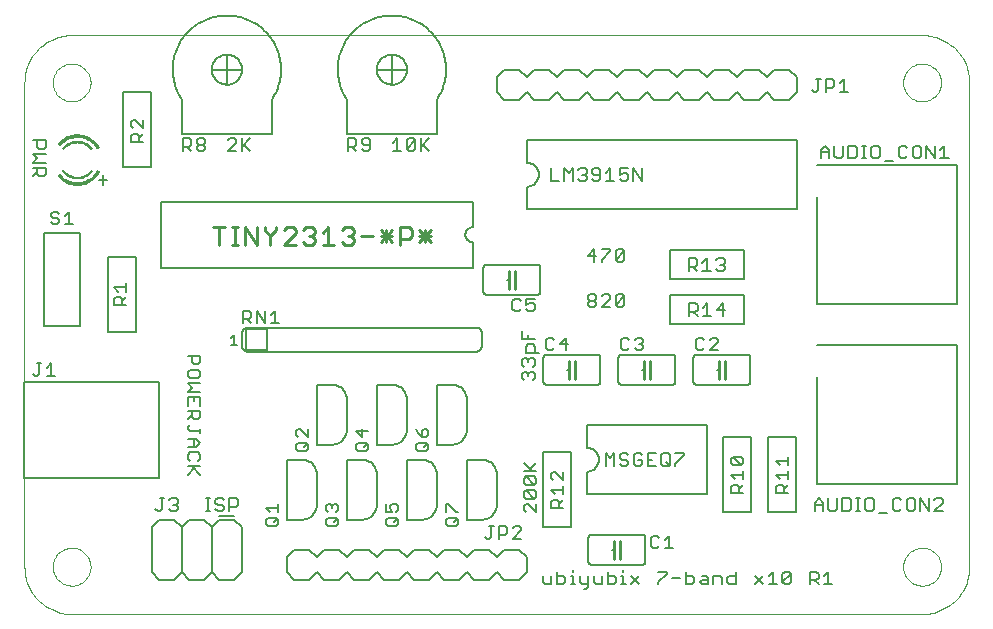
<source format=gto>
G75*
%MOIN*%
%OFA0B0*%
%FSLAX24Y24*%
%IPPOS*%
%LPD*%
%AMOC8*
5,1,8,0,0,1.08239X$1,22.5*
%
%ADD10C,0.0080*%
%ADD11C,0.0060*%
%ADD12C,0.0110*%
%ADD13C,0.0050*%
%ADD14C,0.0100*%
%ADD15C,0.0000*%
%ADD16C,0.0006*%
%ADD17C,0.0010*%
D10*
X009666Y004811D02*
X009916Y004561D01*
X010416Y004561D01*
X010666Y004811D01*
X010666Y006311D01*
X010416Y006561D01*
X009916Y006561D01*
X009666Y006311D01*
X009666Y004811D01*
X010666Y004811D02*
X010916Y004561D01*
X011416Y004561D01*
X011666Y004811D01*
X011666Y006311D01*
X011416Y006561D01*
X010916Y006561D01*
X010666Y006311D01*
X010456Y006851D02*
X010316Y006851D01*
X010246Y006921D01*
X010386Y007061D02*
X010456Y007061D01*
X010526Y006991D01*
X010526Y006921D01*
X010456Y006851D01*
X010456Y007061D02*
X010526Y007132D01*
X010526Y007202D01*
X010456Y007272D01*
X010316Y007272D01*
X010246Y007202D01*
X010066Y007272D02*
X009925Y007272D01*
X009996Y007272D02*
X009996Y006921D01*
X009925Y006851D01*
X009855Y006851D01*
X009785Y006921D01*
X011478Y006851D02*
X011619Y006851D01*
X011548Y006851D02*
X011548Y007272D01*
X011478Y007272D02*
X011619Y007272D01*
X011785Y007202D02*
X011785Y007132D01*
X011855Y007061D01*
X011996Y007061D01*
X012066Y006991D01*
X012066Y006921D01*
X011996Y006851D01*
X011855Y006851D01*
X011785Y006921D01*
X011916Y006693D02*
X012416Y006693D01*
X012416Y006561D02*
X011916Y006561D01*
X011666Y006311D01*
X012416Y006561D02*
X012666Y006311D01*
X012666Y004811D01*
X012416Y004561D01*
X011916Y004561D01*
X011666Y004811D01*
X013456Y006421D02*
X013456Y006561D01*
X013526Y006632D01*
X013806Y006632D01*
X013876Y006561D01*
X013876Y006421D01*
X013806Y006351D01*
X013526Y006351D01*
X013456Y006421D01*
X013736Y006491D02*
X013876Y006632D01*
X013876Y006812D02*
X013876Y007092D01*
X013876Y006952D02*
X013456Y006952D01*
X013596Y006812D01*
X012526Y007061D02*
X012526Y007202D01*
X012456Y007272D01*
X012246Y007272D01*
X012246Y006851D01*
X012246Y006991D02*
X012456Y006991D01*
X012526Y007061D01*
X012066Y007202D02*
X011996Y007272D01*
X011855Y007272D01*
X011785Y007202D01*
X011277Y008058D02*
X010996Y008338D01*
X011066Y008268D02*
X010856Y008058D01*
X010856Y008338D02*
X011277Y008338D01*
X011206Y008518D02*
X011277Y008588D01*
X011277Y008728D01*
X011206Y008799D01*
X010926Y008799D01*
X010856Y008728D01*
X010856Y008588D01*
X010926Y008518D01*
X010856Y008979D02*
X011136Y008979D01*
X011277Y009119D01*
X011136Y009259D01*
X010856Y009259D01*
X011066Y009259D02*
X011066Y008979D01*
X011277Y009439D02*
X011277Y009579D01*
X011277Y009509D02*
X010926Y009509D01*
X010856Y009579D01*
X010856Y009649D01*
X010926Y009719D01*
X010856Y009899D02*
X010996Y010040D01*
X010996Y009970D02*
X010996Y010180D01*
X010856Y010180D02*
X011277Y010180D01*
X011277Y009970D01*
X011206Y009899D01*
X011066Y009899D01*
X010996Y009970D01*
X010856Y010360D02*
X010856Y010640D01*
X011277Y010640D01*
X011277Y010360D01*
X011066Y010500D02*
X011066Y010640D01*
X010856Y010820D02*
X011277Y010820D01*
X011277Y011101D02*
X010856Y011101D01*
X010996Y010960D01*
X010856Y010820D01*
X010926Y011281D02*
X011206Y011281D01*
X011277Y011351D01*
X011277Y011491D01*
X011206Y011561D01*
X010926Y011561D01*
X010856Y011491D01*
X010856Y011351D01*
X010926Y011281D01*
X011066Y011741D02*
X010996Y011811D01*
X010996Y012021D01*
X010856Y012021D02*
X011277Y012021D01*
X011277Y011811D01*
X011206Y011741D01*
X011066Y011741D01*
X012706Y013101D02*
X012706Y013522D01*
X012916Y013522D01*
X012986Y013452D01*
X012986Y013311D01*
X012916Y013241D01*
X012706Y013241D01*
X012846Y013241D02*
X012986Y013101D01*
X013167Y013101D02*
X013167Y013522D01*
X013447Y013101D01*
X013447Y013522D01*
X013627Y013382D02*
X013767Y013522D01*
X013767Y013101D01*
X013627Y013101D02*
X013907Y013101D01*
X009139Y012821D02*
X009139Y015301D01*
X008194Y015301D01*
X008194Y012821D01*
X009139Y012821D01*
X008816Y013701D02*
X008396Y013701D01*
X008396Y013911D01*
X008466Y013982D01*
X008606Y013982D01*
X008676Y013911D01*
X008676Y013701D01*
X008676Y013841D02*
X008816Y013982D01*
X008816Y014162D02*
X008816Y014442D01*
X008816Y014302D02*
X008396Y014302D01*
X008536Y014162D01*
X007272Y013022D02*
X007272Y016101D01*
X006060Y016101D01*
X006060Y013022D01*
X007272Y013022D01*
X006307Y011772D02*
X006167Y011632D01*
X006307Y011772D02*
X006307Y011351D01*
X006167Y011351D02*
X006447Y011351D01*
X005916Y011421D02*
X005916Y011772D01*
X005846Y011772D02*
X005986Y011772D01*
X005916Y011421D02*
X005846Y011351D01*
X005776Y011351D01*
X005706Y011421D01*
X006376Y016401D02*
X006306Y016471D01*
X006376Y016401D02*
X006516Y016401D01*
X006586Y016471D01*
X006586Y016541D01*
X006516Y016611D01*
X006376Y016611D01*
X006306Y016682D01*
X006306Y016752D01*
X006376Y016822D01*
X006516Y016822D01*
X006586Y016752D01*
X006767Y016682D02*
X006907Y016822D01*
X006907Y016401D01*
X006767Y016401D02*
X007047Y016401D01*
X006056Y018001D02*
X005916Y018001D01*
X005846Y018072D01*
X005846Y018282D01*
X005706Y018282D02*
X006127Y018282D01*
X006127Y018072D01*
X006056Y018001D01*
X005846Y018142D02*
X005706Y018001D01*
X005706Y018462D02*
X006127Y018462D01*
X006127Y018742D02*
X005706Y018742D01*
X005846Y018602D01*
X005706Y018462D01*
X005916Y018922D02*
X005846Y018992D01*
X005846Y019202D01*
X005706Y019202D02*
X006127Y019202D01*
X006127Y018992D01*
X006056Y018922D01*
X005916Y018922D01*
X008694Y018321D02*
X008694Y020801D01*
X009639Y020801D01*
X009639Y018321D01*
X008694Y018321D01*
X008956Y019151D02*
X008956Y019361D01*
X009026Y019432D01*
X009166Y019432D01*
X009236Y019361D01*
X009236Y019151D01*
X009376Y019151D02*
X008956Y019151D01*
X009236Y019291D02*
X009376Y019432D01*
X009376Y019612D02*
X009096Y019892D01*
X009026Y019892D01*
X008956Y019822D01*
X008956Y019682D01*
X009026Y019612D01*
X009376Y019612D02*
X009376Y019892D01*
X010706Y019272D02*
X010916Y019272D01*
X010986Y019202D01*
X010986Y019061D01*
X010916Y018991D01*
X010706Y018991D01*
X010706Y018851D02*
X010706Y019272D01*
X011167Y019202D02*
X011167Y019132D01*
X011237Y019061D01*
X011377Y019061D01*
X011447Y018991D01*
X011447Y018921D01*
X011377Y018851D01*
X011237Y018851D01*
X011167Y018921D01*
X011167Y018991D01*
X011237Y019061D01*
X011377Y019061D02*
X011447Y019132D01*
X011447Y019202D01*
X011377Y019272D01*
X011237Y019272D01*
X011167Y019202D01*
X010846Y018991D02*
X010986Y018851D01*
X012206Y018851D02*
X012486Y019132D01*
X012486Y019202D01*
X012416Y019272D01*
X012276Y019272D01*
X012206Y019202D01*
X012206Y018851D02*
X012486Y018851D01*
X012667Y018851D02*
X012667Y019272D01*
X012737Y019061D02*
X012947Y018851D01*
X012667Y018991D02*
X012947Y019272D01*
X016206Y019272D02*
X016206Y018851D01*
X016206Y018991D02*
X016416Y018991D01*
X016486Y019061D01*
X016486Y019202D01*
X016416Y019272D01*
X016206Y019272D01*
X016667Y019202D02*
X016667Y019132D01*
X016737Y019061D01*
X016947Y019061D01*
X016947Y018921D02*
X016947Y019202D01*
X016877Y019272D01*
X016737Y019272D01*
X016667Y019202D01*
X016667Y018921D02*
X016737Y018851D01*
X016877Y018851D01*
X016947Y018921D01*
X016486Y018851D02*
X016346Y018991D01*
X017706Y018851D02*
X017986Y018851D01*
X017846Y018851D02*
X017846Y019272D01*
X017706Y019132D01*
X018167Y019202D02*
X018167Y018921D01*
X018447Y019202D01*
X018447Y018921D01*
X018377Y018851D01*
X018237Y018851D01*
X018167Y018921D01*
X018167Y019202D02*
X018237Y019272D01*
X018377Y019272D01*
X018447Y019202D01*
X018627Y019272D02*
X018627Y018851D01*
X018627Y018991D02*
X018907Y019272D01*
X018697Y019061D02*
X018907Y018851D01*
X021166Y020811D02*
X021416Y020561D01*
X021916Y020561D01*
X022166Y020811D01*
X022416Y020561D01*
X022916Y020561D01*
X023166Y020811D01*
X023416Y020561D01*
X023916Y020561D01*
X024166Y020811D01*
X024416Y020561D01*
X024916Y020561D01*
X025166Y020811D01*
X025416Y020561D01*
X025916Y020561D01*
X026166Y020811D01*
X026416Y020561D01*
X026916Y020561D01*
X027166Y020811D01*
X027416Y020561D01*
X027916Y020561D01*
X028166Y020811D01*
X028416Y020561D01*
X028916Y020561D01*
X029166Y020811D01*
X029416Y020561D01*
X029916Y020561D01*
X030166Y020811D01*
X030416Y020561D01*
X030916Y020561D01*
X031166Y020811D01*
X031166Y021311D01*
X030916Y021561D01*
X030416Y021561D01*
X030166Y021311D01*
X029916Y021561D01*
X029416Y021561D01*
X029166Y021311D01*
X028916Y021561D01*
X028416Y021561D01*
X028166Y021311D01*
X027916Y021561D01*
X027416Y021561D01*
X027166Y021311D01*
X026916Y021561D01*
X026416Y021561D01*
X026166Y021311D01*
X025916Y021561D01*
X025416Y021561D01*
X025166Y021311D01*
X024916Y021561D01*
X024416Y021561D01*
X024166Y021311D01*
X023916Y021561D01*
X023416Y021561D01*
X023166Y021311D01*
X022916Y021561D01*
X022416Y021561D01*
X022166Y021311D01*
X021916Y021561D01*
X021416Y021561D01*
X021166Y021311D01*
X021166Y020811D01*
X022956Y018272D02*
X022956Y017851D01*
X023236Y017851D01*
X023417Y017851D02*
X023417Y018272D01*
X023557Y018132D01*
X023697Y018272D01*
X023697Y017851D01*
X023877Y017921D02*
X023947Y017851D01*
X024087Y017851D01*
X024157Y017921D01*
X024157Y017991D01*
X024087Y018061D01*
X024017Y018061D01*
X024087Y018061D02*
X024157Y018132D01*
X024157Y018202D01*
X024087Y018272D01*
X023947Y018272D01*
X023877Y018202D01*
X024337Y018202D02*
X024407Y018272D01*
X024547Y018272D01*
X024618Y018202D01*
X024618Y017921D01*
X024547Y017851D01*
X024407Y017851D01*
X024337Y017921D01*
X024407Y018061D02*
X024618Y018061D01*
X024798Y018132D02*
X024938Y018272D01*
X024938Y017851D01*
X024798Y017851D02*
X025078Y017851D01*
X025258Y017921D02*
X025328Y017851D01*
X025468Y017851D01*
X025538Y017921D01*
X025538Y018061D01*
X025468Y018132D01*
X025398Y018132D01*
X025258Y018061D01*
X025258Y018272D01*
X025538Y018272D01*
X025718Y018272D02*
X025999Y017851D01*
X025999Y018272D01*
X025718Y018272D02*
X025718Y017851D01*
X024407Y018061D02*
X024337Y018132D01*
X024337Y018202D01*
X024416Y015572D02*
X024206Y015361D01*
X024486Y015361D01*
X024416Y015151D02*
X024416Y015572D01*
X024667Y015572D02*
X024947Y015572D01*
X024947Y015502D01*
X024667Y015221D01*
X024667Y015151D01*
X025127Y015221D02*
X025407Y015502D01*
X025407Y015221D01*
X025337Y015151D01*
X025197Y015151D01*
X025127Y015221D01*
X025127Y015502D01*
X025197Y015572D01*
X025337Y015572D01*
X025407Y015502D01*
X026926Y015534D02*
X026926Y014589D01*
X029406Y014589D01*
X029406Y015534D01*
X026926Y015534D01*
X027556Y015272D02*
X027766Y015272D01*
X027836Y015202D01*
X027836Y015061D01*
X027766Y014991D01*
X027556Y014991D01*
X027556Y014851D02*
X027556Y015272D01*
X027696Y014991D02*
X027836Y014851D01*
X028017Y014851D02*
X028297Y014851D01*
X028157Y014851D02*
X028157Y015272D01*
X028017Y015132D01*
X028477Y015202D02*
X028547Y015272D01*
X028687Y015272D01*
X028757Y015202D01*
X028757Y015132D01*
X028687Y015061D01*
X028757Y014991D01*
X028757Y014921D01*
X028687Y014851D01*
X028547Y014851D01*
X028477Y014921D01*
X028617Y015061D02*
X028687Y015061D01*
X029406Y014034D02*
X026926Y014034D01*
X026926Y013089D01*
X029406Y013089D01*
X029406Y014034D01*
X028706Y013772D02*
X028496Y013561D01*
X028776Y013561D01*
X028706Y013351D02*
X028706Y013772D01*
X028175Y013772D02*
X028175Y013351D01*
X028035Y013351D02*
X028316Y013351D01*
X027855Y013351D02*
X027715Y013491D01*
X027785Y013491D02*
X027575Y013491D01*
X027575Y013351D02*
X027575Y013772D01*
X027785Y013772D01*
X027855Y013702D01*
X027855Y013561D01*
X027785Y013491D01*
X028035Y013632D02*
X028175Y013772D01*
X028016Y012622D02*
X027876Y012622D01*
X027806Y012552D01*
X027806Y012271D01*
X027876Y012201D01*
X028016Y012201D01*
X028086Y012271D01*
X028267Y012201D02*
X028547Y012482D01*
X028547Y012552D01*
X028477Y012622D01*
X028337Y012622D01*
X028267Y012552D01*
X028086Y012552D02*
X028016Y012622D01*
X028267Y012201D02*
X028547Y012201D01*
X026047Y012271D02*
X025977Y012201D01*
X025837Y012201D01*
X025767Y012271D01*
X025586Y012271D02*
X025516Y012201D01*
X025376Y012201D01*
X025306Y012271D01*
X025306Y012552D01*
X025376Y012622D01*
X025516Y012622D01*
X025586Y012552D01*
X025767Y012552D02*
X025837Y012622D01*
X025977Y012622D01*
X026047Y012552D01*
X026047Y012482D01*
X025977Y012411D01*
X026047Y012341D01*
X026047Y012271D01*
X025977Y012411D02*
X025907Y012411D01*
X025337Y013651D02*
X025197Y013651D01*
X025127Y013721D01*
X025407Y014002D01*
X025407Y013721D01*
X025337Y013651D01*
X025127Y013721D02*
X025127Y014002D01*
X025197Y014072D01*
X025337Y014072D01*
X025407Y014002D01*
X024947Y014002D02*
X024877Y014072D01*
X024737Y014072D01*
X024667Y014002D01*
X024486Y014002D02*
X024486Y013932D01*
X024416Y013861D01*
X024276Y013861D01*
X024206Y013932D01*
X024206Y014002D01*
X024276Y014072D01*
X024416Y014072D01*
X024486Y014002D01*
X024416Y013861D02*
X024486Y013791D01*
X024486Y013721D01*
X024416Y013651D01*
X024276Y013651D01*
X024206Y013721D01*
X024206Y013791D01*
X024276Y013861D01*
X024667Y013651D02*
X024947Y013932D01*
X024947Y014002D01*
X024947Y013651D02*
X024667Y013651D01*
X023477Y012622D02*
X023267Y012411D01*
X023547Y012411D01*
X023477Y012201D02*
X023477Y012622D01*
X023086Y012552D02*
X023016Y012622D01*
X022876Y012622D01*
X022806Y012552D01*
X022806Y012271D01*
X022876Y012201D01*
X023016Y012201D01*
X023086Y012271D01*
X022566Y012122D02*
X022146Y012122D01*
X022146Y012332D01*
X022216Y012402D01*
X022356Y012402D01*
X022426Y012332D01*
X022426Y012122D01*
X022356Y011942D02*
X022426Y011872D01*
X022426Y011732D01*
X022356Y011662D01*
X022356Y011482D02*
X022426Y011411D01*
X022426Y011271D01*
X022356Y011201D01*
X022216Y011341D02*
X022216Y011411D01*
X022286Y011482D01*
X022356Y011482D01*
X022216Y011411D02*
X022146Y011482D01*
X022076Y011482D01*
X022006Y011411D01*
X022006Y011271D01*
X022076Y011201D01*
X022076Y011662D02*
X022006Y011732D01*
X022006Y011872D01*
X022076Y011942D01*
X022146Y011942D01*
X022216Y011872D01*
X022286Y011942D01*
X022356Y011942D01*
X022216Y011872D02*
X022216Y011802D01*
X022216Y012582D02*
X022216Y012723D01*
X022006Y012582D02*
X022006Y012863D01*
X022006Y012582D02*
X022426Y012582D01*
X022356Y013501D02*
X022216Y013501D01*
X022146Y013571D01*
X022146Y013711D02*
X022286Y013782D01*
X022356Y013782D01*
X022426Y013711D01*
X022426Y013571D01*
X022356Y013501D01*
X022146Y013711D02*
X022146Y013922D01*
X022426Y013922D01*
X021966Y013852D02*
X021896Y013922D01*
X021755Y013922D01*
X021685Y013852D01*
X021685Y013571D01*
X021755Y013501D01*
X021896Y013501D01*
X021966Y013571D01*
X018806Y009592D02*
X018736Y009592D01*
X018666Y009522D01*
X018666Y009312D01*
X018806Y009312D01*
X018876Y009382D01*
X018876Y009522D01*
X018806Y009592D01*
X018526Y009452D02*
X018666Y009312D01*
X018526Y009452D02*
X018456Y009592D01*
X018526Y009132D02*
X018806Y009132D01*
X018876Y009061D01*
X018876Y008921D01*
X018806Y008851D01*
X018526Y008851D01*
X018456Y008921D01*
X018456Y009061D01*
X018526Y009132D01*
X018736Y008991D02*
X018876Y009132D01*
X016876Y009132D02*
X016736Y008991D01*
X016876Y008921D02*
X016806Y008851D01*
X016526Y008851D01*
X016456Y008921D01*
X016456Y009061D01*
X016526Y009132D01*
X016806Y009132D01*
X016876Y009061D01*
X016876Y008921D01*
X016666Y009312D02*
X016666Y009592D01*
X016876Y009522D02*
X016456Y009522D01*
X016666Y009312D01*
X014876Y009312D02*
X014596Y009592D01*
X014526Y009592D01*
X014456Y009522D01*
X014456Y009382D01*
X014526Y009312D01*
X014526Y009132D02*
X014806Y009132D01*
X014876Y009061D01*
X014876Y008921D01*
X014806Y008851D01*
X014526Y008851D01*
X014456Y008921D01*
X014456Y009061D01*
X014526Y009132D01*
X014736Y008991D02*
X014876Y009132D01*
X014876Y009312D02*
X014876Y009592D01*
X015526Y007092D02*
X015596Y007092D01*
X015666Y007022D01*
X015736Y007092D01*
X015806Y007092D01*
X015876Y007022D01*
X015876Y006882D01*
X015806Y006812D01*
X015806Y006632D02*
X015876Y006561D01*
X015876Y006421D01*
X015806Y006351D01*
X015526Y006351D01*
X015456Y006421D01*
X015456Y006561D01*
X015526Y006632D01*
X015806Y006632D01*
X015876Y006632D02*
X015736Y006491D01*
X015526Y006812D02*
X015456Y006882D01*
X015456Y007022D01*
X015526Y007092D01*
X015666Y007022D02*
X015666Y006952D01*
X017456Y007092D02*
X017456Y006812D01*
X017666Y006812D01*
X017596Y006952D01*
X017596Y007022D01*
X017666Y007092D01*
X017806Y007092D01*
X017876Y007022D01*
X017876Y006882D01*
X017806Y006812D01*
X017806Y006632D02*
X017526Y006632D01*
X017456Y006561D01*
X017456Y006421D01*
X017526Y006351D01*
X017806Y006351D01*
X017876Y006421D01*
X017876Y006561D01*
X017806Y006632D01*
X017876Y006632D02*
X017736Y006491D01*
X017916Y005561D02*
X017416Y005561D01*
X017166Y005311D01*
X016916Y005561D01*
X016416Y005561D01*
X016166Y005311D01*
X015916Y005561D01*
X015416Y005561D01*
X015166Y005311D01*
X014916Y005561D01*
X014416Y005561D01*
X014166Y005311D01*
X014166Y004811D01*
X014416Y004561D01*
X014916Y004561D01*
X015166Y004811D01*
X015416Y004561D01*
X015916Y004561D01*
X016166Y004811D01*
X016416Y004561D01*
X016916Y004561D01*
X017166Y004811D01*
X017416Y004561D01*
X017916Y004561D01*
X018166Y004811D01*
X018416Y004561D01*
X018916Y004561D01*
X019166Y004811D01*
X019416Y004561D01*
X019916Y004561D01*
X020166Y004811D01*
X020416Y004561D01*
X020916Y004561D01*
X021166Y004811D01*
X021416Y004561D01*
X021916Y004561D01*
X022166Y004811D01*
X022166Y005311D01*
X021916Y005561D01*
X021416Y005561D01*
X021166Y005311D01*
X020916Y005561D01*
X020416Y005561D01*
X020166Y005311D01*
X019916Y005561D01*
X019416Y005561D01*
X019166Y005311D01*
X018916Y005561D01*
X018416Y005561D01*
X018166Y005311D01*
X017916Y005561D01*
X019456Y006421D02*
X019456Y006561D01*
X019526Y006632D01*
X019806Y006632D01*
X019876Y006561D01*
X019876Y006421D01*
X019806Y006351D01*
X019526Y006351D01*
X019456Y006421D01*
X019736Y006491D02*
X019876Y006632D01*
X019876Y006812D02*
X019806Y006812D01*
X019526Y007092D01*
X019456Y007092D01*
X019456Y006812D01*
X020776Y005991D02*
X020846Y005921D01*
X020916Y005921D01*
X020986Y005991D01*
X020986Y006342D01*
X020916Y006342D02*
X021056Y006342D01*
X021237Y006342D02*
X021447Y006342D01*
X021517Y006272D01*
X021517Y006131D01*
X021447Y006061D01*
X021237Y006061D01*
X021237Y005921D02*
X021237Y006342D01*
X021697Y006272D02*
X021767Y006342D01*
X021907Y006342D01*
X021977Y006272D01*
X021977Y006202D01*
X021697Y005921D01*
X021977Y005921D01*
X022694Y006321D02*
X022694Y008801D01*
X023639Y008801D01*
X023639Y006321D01*
X022694Y006321D01*
X022476Y006801D02*
X022196Y007082D01*
X022126Y007082D01*
X022056Y007011D01*
X022056Y006871D01*
X022126Y006801D01*
X022476Y006801D02*
X022476Y007082D01*
X022406Y007262D02*
X022126Y007542D01*
X022406Y007542D01*
X022476Y007472D01*
X022476Y007332D01*
X022406Y007262D01*
X022126Y007262D01*
X022056Y007332D01*
X022056Y007472D01*
X022126Y007542D01*
X022126Y007722D02*
X022056Y007792D01*
X022056Y007932D01*
X022126Y008002D01*
X022406Y007722D01*
X022476Y007792D01*
X022476Y007932D01*
X022406Y008002D01*
X022126Y008002D01*
X022056Y008182D02*
X022476Y008182D01*
X022336Y008182D02*
X022056Y008463D01*
X022266Y008253D02*
X022476Y008463D01*
X022956Y008082D02*
X022956Y007942D01*
X023026Y007872D01*
X022956Y008082D02*
X023026Y008152D01*
X023096Y008152D01*
X023376Y007872D01*
X023376Y008152D01*
X023376Y007692D02*
X023376Y007412D01*
X023376Y007552D02*
X022956Y007552D01*
X023096Y007412D01*
X023166Y007232D02*
X023236Y007161D01*
X023236Y006951D01*
X023376Y006951D02*
X022956Y006951D01*
X022956Y007161D01*
X023026Y007232D01*
X023166Y007232D01*
X023236Y007091D02*
X023376Y007232D01*
X022406Y007722D02*
X022126Y007722D01*
X024806Y008351D02*
X024806Y008772D01*
X024946Y008632D01*
X025086Y008772D01*
X025086Y008351D01*
X025267Y008421D02*
X025337Y008351D01*
X025477Y008351D01*
X025547Y008421D01*
X025547Y008491D01*
X025477Y008561D01*
X025337Y008561D01*
X025267Y008632D01*
X025267Y008702D01*
X025337Y008772D01*
X025477Y008772D01*
X025547Y008702D01*
X025727Y008702D02*
X025727Y008421D01*
X025797Y008351D01*
X025937Y008351D01*
X026007Y008421D01*
X026007Y008561D01*
X025867Y008561D01*
X025727Y008702D02*
X025797Y008772D01*
X025937Y008772D01*
X026007Y008702D01*
X026187Y008772D02*
X026187Y008351D01*
X026468Y008351D01*
X026648Y008421D02*
X026718Y008351D01*
X026858Y008351D01*
X026928Y008421D01*
X026928Y008702D01*
X026858Y008772D01*
X026718Y008772D01*
X026648Y008702D01*
X026648Y008421D01*
X026788Y008491D02*
X026928Y008351D01*
X027108Y008351D02*
X027108Y008421D01*
X027388Y008702D01*
X027388Y008772D01*
X027108Y008772D01*
X026468Y008772D02*
X026187Y008772D01*
X026187Y008561D02*
X026327Y008561D01*
X028694Y009301D02*
X029639Y009301D01*
X029639Y006821D01*
X028694Y006821D01*
X028694Y009301D01*
X029026Y008652D02*
X029306Y008372D01*
X029376Y008442D01*
X029376Y008582D01*
X029306Y008652D01*
X029026Y008652D01*
X028956Y008582D01*
X028956Y008442D01*
X029026Y008372D01*
X029306Y008372D01*
X029376Y008192D02*
X029376Y007912D01*
X029376Y008052D02*
X028956Y008052D01*
X029096Y007912D01*
X029166Y007732D02*
X029236Y007661D01*
X029236Y007451D01*
X029376Y007451D02*
X028956Y007451D01*
X028956Y007661D01*
X029026Y007732D01*
X029166Y007732D01*
X029236Y007591D02*
X029376Y007732D01*
X030456Y007661D02*
X030526Y007732D01*
X030666Y007732D01*
X030736Y007661D01*
X030736Y007451D01*
X030876Y007451D02*
X030456Y007451D01*
X030456Y007661D01*
X030596Y007912D02*
X030456Y008052D01*
X030876Y008052D01*
X030876Y007912D02*
X030876Y008192D01*
X030876Y008372D02*
X030876Y008652D01*
X030876Y008512D02*
X030456Y008512D01*
X030596Y008372D01*
X030876Y007732D02*
X030736Y007591D01*
X031139Y006821D02*
X030194Y006821D01*
X030194Y009301D01*
X031139Y009301D01*
X031139Y006821D01*
X031756Y006851D02*
X031756Y007132D01*
X031896Y007272D01*
X032036Y007132D01*
X032036Y006851D01*
X032216Y006921D02*
X032286Y006851D01*
X032426Y006851D01*
X032496Y006921D01*
X032496Y007272D01*
X032676Y007272D02*
X032887Y007272D01*
X032957Y007202D01*
X032957Y006921D01*
X032887Y006851D01*
X032676Y006851D01*
X032676Y007272D01*
X032216Y007272D02*
X032216Y006921D01*
X032036Y007061D02*
X031756Y007061D01*
X031843Y007738D02*
X031843Y011301D01*
X031843Y012384D02*
X036489Y012384D01*
X036489Y007738D01*
X031843Y007738D01*
X033137Y007272D02*
X033277Y007272D01*
X033207Y007272D02*
X033207Y006851D01*
X033137Y006851D02*
X033277Y006851D01*
X033444Y006921D02*
X033514Y006851D01*
X033654Y006851D01*
X033724Y006921D01*
X033724Y007202D01*
X033654Y007272D01*
X033514Y007272D01*
X033444Y007202D01*
X033444Y006921D01*
X033904Y006781D02*
X034184Y006781D01*
X034365Y006921D02*
X034435Y006851D01*
X034575Y006851D01*
X034645Y006921D01*
X034825Y006921D02*
X034895Y006851D01*
X035035Y006851D01*
X035105Y006921D01*
X035105Y007202D01*
X035035Y007272D01*
X034895Y007272D01*
X034825Y007202D01*
X034825Y006921D01*
X034365Y006921D02*
X034365Y007202D01*
X034435Y007272D01*
X034575Y007272D01*
X034645Y007202D01*
X035285Y007272D02*
X035566Y006851D01*
X035566Y007272D01*
X035746Y007202D02*
X035816Y007272D01*
X035956Y007272D01*
X036026Y007202D01*
X036026Y007132D01*
X035746Y006851D01*
X036026Y006851D01*
X035285Y006851D02*
X035285Y007272D01*
X032208Y004822D02*
X032067Y004682D01*
X031887Y004752D02*
X031887Y004611D01*
X031817Y004541D01*
X031607Y004541D01*
X031607Y004401D02*
X031607Y004822D01*
X031817Y004822D01*
X031887Y004752D01*
X031747Y004541D02*
X031887Y004401D01*
X032067Y004401D02*
X032348Y004401D01*
X032208Y004401D02*
X032208Y004822D01*
X030967Y004752D02*
X030967Y004471D01*
X030896Y004401D01*
X030756Y004401D01*
X030686Y004471D01*
X030967Y004752D01*
X030896Y004822D01*
X030756Y004822D01*
X030686Y004752D01*
X030686Y004471D01*
X030506Y004401D02*
X030226Y004401D01*
X030366Y004401D02*
X030366Y004822D01*
X030226Y004682D01*
X030046Y004682D02*
X029765Y004401D01*
X029765Y004682D02*
X030046Y004401D01*
X029125Y004401D02*
X028915Y004401D01*
X028845Y004471D01*
X028845Y004611D01*
X028915Y004682D01*
X029125Y004682D01*
X029125Y004822D02*
X029125Y004401D01*
X028665Y004401D02*
X028665Y004611D01*
X028594Y004682D01*
X028384Y004682D01*
X028384Y004401D01*
X028204Y004401D02*
X027994Y004401D01*
X027924Y004471D01*
X027994Y004541D01*
X028204Y004541D01*
X028204Y004611D02*
X028204Y004401D01*
X028204Y004611D02*
X028134Y004682D01*
X027994Y004682D01*
X027744Y004611D02*
X027674Y004682D01*
X027464Y004682D01*
X027464Y004822D02*
X027464Y004401D01*
X027674Y004401D01*
X027744Y004471D01*
X027744Y004611D01*
X027283Y004611D02*
X027003Y004611D01*
X026823Y004752D02*
X026543Y004471D01*
X026543Y004401D01*
X026543Y004822D02*
X026823Y004822D01*
X026823Y004752D01*
X025902Y004682D02*
X025622Y004401D01*
X025455Y004401D02*
X025315Y004401D01*
X025385Y004401D02*
X025385Y004682D01*
X025315Y004682D01*
X025385Y004822D02*
X025385Y004892D01*
X025622Y004682D02*
X025902Y004401D01*
X025135Y004471D02*
X025135Y004611D01*
X025065Y004682D01*
X024855Y004682D01*
X024855Y004822D02*
X024855Y004401D01*
X025065Y004401D01*
X025135Y004471D01*
X024674Y004401D02*
X024674Y004682D01*
X024394Y004682D02*
X024394Y004471D01*
X024464Y004401D01*
X024674Y004401D01*
X024214Y004401D02*
X024004Y004401D01*
X023934Y004471D01*
X023934Y004682D01*
X023697Y004682D02*
X023697Y004401D01*
X023627Y004401D02*
X023767Y004401D01*
X023697Y004682D02*
X023627Y004682D01*
X023697Y004822D02*
X023697Y004892D01*
X023447Y004611D02*
X023377Y004682D01*
X023167Y004682D01*
X023167Y004822D02*
X023167Y004401D01*
X023377Y004401D01*
X023447Y004471D01*
X023447Y004611D01*
X022986Y004682D02*
X022986Y004401D01*
X022776Y004401D01*
X022706Y004471D01*
X022706Y004682D01*
X024074Y004261D02*
X024144Y004261D01*
X024214Y004331D01*
X024214Y004682D01*
X026306Y005671D02*
X026306Y005952D01*
X026376Y006022D01*
X026516Y006022D01*
X026586Y005952D01*
X026767Y005882D02*
X026907Y006022D01*
X026907Y005601D01*
X026767Y005601D02*
X027047Y005601D01*
X026586Y005671D02*
X026516Y005601D01*
X026376Y005601D01*
X026306Y005671D01*
X031843Y013738D02*
X031843Y017301D01*
X031843Y018384D02*
X036489Y018384D01*
X036489Y013738D01*
X031843Y013738D01*
X031956Y018601D02*
X031956Y018882D01*
X032096Y019022D01*
X032236Y018882D01*
X032236Y018601D01*
X032417Y018671D02*
X032487Y018601D01*
X032627Y018601D01*
X032697Y018671D01*
X032697Y019022D01*
X032877Y019022D02*
X033087Y019022D01*
X033157Y018952D01*
X033157Y018671D01*
X033087Y018601D01*
X032877Y018601D01*
X032877Y019022D01*
X033337Y019022D02*
X033477Y019022D01*
X033407Y019022D02*
X033407Y018601D01*
X033337Y018601D02*
X033477Y018601D01*
X033644Y018671D02*
X033714Y018601D01*
X033854Y018601D01*
X033924Y018671D01*
X033924Y018952D01*
X033854Y019022D01*
X033714Y019022D01*
X033644Y018952D01*
X033644Y018671D01*
X034105Y018531D02*
X034385Y018531D01*
X034565Y018671D02*
X034635Y018601D01*
X034775Y018601D01*
X034845Y018671D01*
X035025Y018671D02*
X035095Y018601D01*
X035236Y018601D01*
X035306Y018671D01*
X035306Y018952D01*
X035236Y019022D01*
X035095Y019022D01*
X035025Y018952D01*
X035025Y018671D01*
X034845Y018952D02*
X034775Y019022D01*
X034635Y019022D01*
X034565Y018952D01*
X034565Y018671D01*
X035486Y018601D02*
X035486Y019022D01*
X035766Y018601D01*
X035766Y019022D01*
X035946Y018882D02*
X036086Y019022D01*
X036086Y018601D01*
X035946Y018601D02*
X036226Y018601D01*
X032417Y018671D02*
X032417Y019022D01*
X032236Y018811D02*
X031956Y018811D01*
X031816Y020821D02*
X031886Y020891D01*
X031886Y021242D01*
X031816Y021242D02*
X031956Y021242D01*
X032137Y021242D02*
X032347Y021242D01*
X032417Y021172D01*
X032417Y021031D01*
X032347Y020961D01*
X032137Y020961D01*
X032137Y020821D02*
X032137Y021242D01*
X031816Y020821D02*
X031746Y020821D01*
X031676Y020891D01*
X032597Y020821D02*
X032877Y020821D01*
X032737Y020821D02*
X032737Y021242D01*
X032597Y021102D01*
D11*
X031166Y019211D02*
X031166Y016911D01*
X022166Y016911D01*
X022166Y017661D01*
X022205Y017663D01*
X022244Y017669D01*
X022282Y017678D01*
X022319Y017691D01*
X022355Y017708D01*
X022388Y017728D01*
X022420Y017752D01*
X022449Y017778D01*
X022475Y017807D01*
X022499Y017839D01*
X022519Y017872D01*
X022536Y017908D01*
X022549Y017945D01*
X022558Y017983D01*
X022564Y018022D01*
X022566Y018061D01*
X022564Y018100D01*
X022558Y018139D01*
X022549Y018177D01*
X022536Y018214D01*
X022519Y018250D01*
X022499Y018283D01*
X022475Y018315D01*
X022449Y018344D01*
X022420Y018370D01*
X022388Y018394D01*
X022355Y018414D01*
X022319Y018431D01*
X022282Y018444D01*
X022244Y018453D01*
X022205Y018459D01*
X022166Y018461D01*
X022166Y019211D01*
X031166Y019211D01*
X022616Y014961D02*
X022616Y014161D01*
X022614Y014144D01*
X022610Y014127D01*
X022603Y014111D01*
X022593Y014097D01*
X022580Y014084D01*
X022566Y014074D01*
X022550Y014067D01*
X022533Y014063D01*
X022516Y014061D01*
X020816Y014061D01*
X020799Y014063D01*
X020782Y014067D01*
X020766Y014074D01*
X020752Y014084D01*
X020739Y014097D01*
X020729Y014111D01*
X020722Y014127D01*
X020718Y014144D01*
X020716Y014161D01*
X020716Y014961D01*
X020718Y014978D01*
X020722Y014995D01*
X020729Y015011D01*
X020739Y015025D01*
X020752Y015038D01*
X020766Y015048D01*
X020782Y015055D01*
X020799Y015059D01*
X020816Y015061D01*
X022516Y015061D01*
X022533Y015059D01*
X022550Y015055D01*
X022566Y015048D01*
X022580Y015038D01*
X022593Y015025D01*
X022603Y015011D01*
X022610Y014995D01*
X022614Y014978D01*
X022616Y014961D01*
X021816Y014561D02*
X021766Y014561D01*
X021566Y014561D02*
X021516Y014561D01*
X020366Y014961D02*
X009966Y014961D01*
X009966Y017161D01*
X020366Y017161D01*
X020366Y016311D01*
X020336Y016309D01*
X020306Y016304D01*
X020277Y016295D01*
X020250Y016282D01*
X020224Y016267D01*
X020200Y016248D01*
X020179Y016227D01*
X020160Y016203D01*
X020145Y016177D01*
X020132Y016150D01*
X020123Y016121D01*
X020118Y016091D01*
X020116Y016061D01*
X020118Y016031D01*
X020123Y016001D01*
X020132Y015972D01*
X020145Y015945D01*
X020160Y015919D01*
X020179Y015895D01*
X020200Y015874D01*
X020224Y015855D01*
X020250Y015840D01*
X020277Y015827D01*
X020306Y015818D01*
X020336Y015813D01*
X020366Y015811D01*
X020366Y014961D01*
X020466Y012961D02*
X012866Y012961D01*
X012816Y012911D02*
X013516Y012911D01*
X013516Y012211D01*
X012816Y012211D01*
X012816Y012911D01*
X012866Y012961D02*
X012840Y012959D01*
X012814Y012954D01*
X012789Y012946D01*
X012766Y012934D01*
X012744Y012920D01*
X012725Y012902D01*
X012707Y012883D01*
X012693Y012861D01*
X012681Y012838D01*
X012673Y012813D01*
X012668Y012787D01*
X012666Y012761D01*
X012666Y012361D01*
X012668Y012335D01*
X012673Y012309D01*
X012681Y012284D01*
X012693Y012261D01*
X012707Y012239D01*
X012725Y012220D01*
X012744Y012202D01*
X012766Y012188D01*
X012789Y012176D01*
X012814Y012168D01*
X012840Y012163D01*
X012866Y012161D01*
X020466Y012161D01*
X020492Y012163D01*
X020518Y012168D01*
X020543Y012176D01*
X020566Y012188D01*
X020588Y012202D01*
X020607Y012220D01*
X020625Y012239D01*
X020639Y012261D01*
X020651Y012284D01*
X020659Y012309D01*
X020664Y012335D01*
X020666Y012361D01*
X020666Y012761D01*
X020664Y012787D01*
X020659Y012813D01*
X020651Y012838D01*
X020639Y012861D01*
X020625Y012883D01*
X020607Y012902D01*
X020588Y012920D01*
X020566Y012934D01*
X020543Y012946D01*
X020518Y012954D01*
X020492Y012959D01*
X020466Y012961D01*
X022716Y011961D02*
X022716Y011161D01*
X022718Y011144D01*
X022722Y011127D01*
X022729Y011111D01*
X022739Y011097D01*
X022752Y011084D01*
X022766Y011074D01*
X022782Y011067D01*
X022799Y011063D01*
X022816Y011061D01*
X024516Y011061D01*
X024533Y011063D01*
X024550Y011067D01*
X024566Y011074D01*
X024580Y011084D01*
X024593Y011097D01*
X024603Y011111D01*
X024610Y011127D01*
X024614Y011144D01*
X024616Y011161D01*
X024616Y011961D01*
X024614Y011978D01*
X024610Y011995D01*
X024603Y012011D01*
X024593Y012025D01*
X024580Y012038D01*
X024566Y012048D01*
X024550Y012055D01*
X024533Y012059D01*
X024516Y012061D01*
X022816Y012061D01*
X022799Y012059D01*
X022782Y012055D01*
X022766Y012048D01*
X022752Y012038D01*
X022739Y012025D01*
X022729Y012011D01*
X022722Y011995D01*
X022718Y011978D01*
X022716Y011961D01*
X023516Y011561D02*
X023566Y011561D01*
X023766Y011561D02*
X023816Y011561D01*
X025216Y011961D02*
X025216Y011161D01*
X025218Y011144D01*
X025222Y011127D01*
X025229Y011111D01*
X025239Y011097D01*
X025252Y011084D01*
X025266Y011074D01*
X025282Y011067D01*
X025299Y011063D01*
X025316Y011061D01*
X027016Y011061D01*
X027033Y011063D01*
X027050Y011067D01*
X027066Y011074D01*
X027080Y011084D01*
X027093Y011097D01*
X027103Y011111D01*
X027110Y011127D01*
X027114Y011144D01*
X027116Y011161D01*
X027116Y011961D01*
X027114Y011978D01*
X027110Y011995D01*
X027103Y012011D01*
X027093Y012025D01*
X027080Y012038D01*
X027066Y012048D01*
X027050Y012055D01*
X027033Y012059D01*
X027016Y012061D01*
X025316Y012061D01*
X025299Y012059D01*
X025282Y012055D01*
X025266Y012048D01*
X025252Y012038D01*
X025239Y012025D01*
X025229Y012011D01*
X025222Y011995D01*
X025218Y011978D01*
X025216Y011961D01*
X026016Y011561D02*
X026066Y011561D01*
X026266Y011561D02*
X026316Y011561D01*
X027716Y011161D02*
X027716Y011961D01*
X027718Y011978D01*
X027722Y011995D01*
X027729Y012011D01*
X027739Y012025D01*
X027752Y012038D01*
X027766Y012048D01*
X027782Y012055D01*
X027799Y012059D01*
X027816Y012061D01*
X029516Y012061D01*
X029533Y012059D01*
X029550Y012055D01*
X029566Y012048D01*
X029580Y012038D01*
X029593Y012025D01*
X029603Y012011D01*
X029610Y011995D01*
X029614Y011978D01*
X029616Y011961D01*
X029616Y011161D01*
X029614Y011144D01*
X029610Y011127D01*
X029603Y011111D01*
X029593Y011097D01*
X029580Y011084D01*
X029566Y011074D01*
X029550Y011067D01*
X029533Y011063D01*
X029516Y011061D01*
X027816Y011061D01*
X027799Y011063D01*
X027782Y011067D01*
X027766Y011074D01*
X027752Y011084D01*
X027739Y011097D01*
X027729Y011111D01*
X027722Y011127D01*
X027718Y011144D01*
X027716Y011161D01*
X028516Y011561D02*
X028566Y011561D01*
X028766Y011561D02*
X028816Y011561D01*
X028166Y009711D02*
X028166Y007411D01*
X024166Y007411D01*
X024166Y008161D01*
X024205Y008163D01*
X024244Y008169D01*
X024282Y008178D01*
X024319Y008191D01*
X024355Y008208D01*
X024388Y008228D01*
X024420Y008252D01*
X024449Y008278D01*
X024475Y008307D01*
X024499Y008339D01*
X024519Y008372D01*
X024536Y008408D01*
X024549Y008445D01*
X024558Y008483D01*
X024564Y008522D01*
X024566Y008561D01*
X024564Y008600D01*
X024558Y008639D01*
X024549Y008677D01*
X024536Y008714D01*
X024519Y008750D01*
X024499Y008783D01*
X024475Y008815D01*
X024449Y008844D01*
X024420Y008870D01*
X024388Y008894D01*
X024355Y008914D01*
X024319Y008931D01*
X024282Y008944D01*
X024244Y008953D01*
X024205Y008959D01*
X024166Y008961D01*
X024166Y009711D01*
X028166Y009711D01*
X026016Y006061D02*
X024316Y006061D01*
X024299Y006059D01*
X024282Y006055D01*
X024266Y006048D01*
X024252Y006038D01*
X024239Y006025D01*
X024229Y006011D01*
X024222Y005995D01*
X024218Y005978D01*
X024216Y005961D01*
X024216Y005161D01*
X024218Y005144D01*
X024222Y005127D01*
X024229Y005111D01*
X024239Y005097D01*
X024252Y005084D01*
X024266Y005074D01*
X024282Y005067D01*
X024299Y005063D01*
X024316Y005061D01*
X026016Y005061D01*
X026033Y005063D01*
X026050Y005067D01*
X026066Y005074D01*
X026080Y005084D01*
X026093Y005097D01*
X026103Y005111D01*
X026110Y005127D01*
X026114Y005144D01*
X026116Y005161D01*
X026116Y005961D01*
X026114Y005978D01*
X026110Y005995D01*
X026103Y006011D01*
X026093Y006025D01*
X026080Y006038D01*
X026066Y006048D01*
X026050Y006055D01*
X026033Y006059D01*
X026016Y006061D01*
X025316Y005561D02*
X025266Y005561D01*
X025066Y005561D02*
X025016Y005561D01*
D12*
X018970Y015815D02*
X018577Y016208D01*
X018773Y016208D02*
X018773Y015815D01*
X018577Y015815D02*
X018970Y016208D01*
X018970Y016012D02*
X018577Y016012D01*
X018326Y016012D02*
X018227Y015913D01*
X017932Y015913D01*
X017932Y015716D02*
X017932Y016307D01*
X018227Y016307D01*
X018326Y016208D01*
X018326Y016012D01*
X017681Y016012D02*
X017287Y016012D01*
X017287Y016208D02*
X017681Y015815D01*
X017484Y015815D02*
X017484Y016208D01*
X017681Y016208D02*
X017287Y015815D01*
X017037Y016012D02*
X016643Y016012D01*
X016392Y016110D02*
X016294Y016012D01*
X016392Y015913D01*
X016392Y015815D01*
X016294Y015716D01*
X016097Y015716D01*
X015998Y015815D01*
X015747Y015716D02*
X015354Y015716D01*
X015551Y015716D02*
X015551Y016307D01*
X015354Y016110D01*
X015103Y016110D02*
X015005Y016012D01*
X015103Y015913D01*
X015103Y015815D01*
X015005Y015716D01*
X014808Y015716D01*
X014709Y015815D01*
X014458Y015716D02*
X014065Y015716D01*
X014458Y016110D01*
X014458Y016208D01*
X014360Y016307D01*
X014163Y016307D01*
X014065Y016208D01*
X013814Y016208D02*
X013814Y016307D01*
X013814Y016208D02*
X013617Y016012D01*
X013617Y015716D01*
X013617Y016012D02*
X013420Y016208D01*
X013420Y016307D01*
X013169Y016307D02*
X013169Y015716D01*
X012776Y016307D01*
X012776Y015716D01*
X012543Y015716D02*
X012346Y015716D01*
X012444Y015716D02*
X012444Y016307D01*
X012346Y016307D02*
X012543Y016307D01*
X012095Y016307D02*
X011701Y016307D01*
X011898Y016307D02*
X011898Y015716D01*
X014709Y016208D02*
X014808Y016307D01*
X015005Y016307D01*
X015103Y016208D01*
X015103Y016110D01*
X015005Y016012D02*
X014906Y016012D01*
X015998Y016208D02*
X016097Y016307D01*
X016294Y016307D01*
X016392Y016208D01*
X016392Y016110D01*
X016294Y016012D02*
X016195Y016012D01*
D13*
X016166Y019411D02*
X019166Y019411D01*
X019166Y020561D01*
X018166Y021561D02*
X017166Y021561D01*
X016166Y020561D02*
X016121Y020632D01*
X016080Y020704D01*
X016041Y020779D01*
X016007Y020855D01*
X015976Y020933D01*
X015949Y021012D01*
X015925Y021092D01*
X015905Y021174D01*
X015889Y021256D01*
X015877Y021338D01*
X015868Y021422D01*
X015864Y021505D01*
X015863Y021589D01*
X015866Y021673D01*
X015874Y021756D01*
X015885Y021839D01*
X015899Y021921D01*
X015918Y022003D01*
X015940Y022084D01*
X015967Y022163D01*
X015996Y022241D01*
X016030Y022318D01*
X016067Y022393D01*
X016107Y022467D01*
X016151Y022538D01*
X016198Y022607D01*
X016248Y022674D01*
X016301Y022739D01*
X016357Y022801D01*
X016416Y022860D01*
X016478Y022917D01*
X016542Y022971D01*
X016609Y023021D01*
X016677Y023069D01*
X016748Y023113D01*
X016821Y023154D01*
X016896Y023191D01*
X016973Y023225D01*
X017051Y023256D01*
X017130Y023283D01*
X017211Y023306D01*
X017292Y023325D01*
X017374Y023340D01*
X017457Y023352D01*
X017541Y023360D01*
X017624Y023364D01*
X017708Y023364D01*
X017791Y023360D01*
X017875Y023352D01*
X017958Y023340D01*
X018040Y023325D01*
X018121Y023306D01*
X018202Y023283D01*
X018281Y023256D01*
X018359Y023225D01*
X018436Y023191D01*
X018511Y023154D01*
X018584Y023113D01*
X018655Y023069D01*
X018723Y023021D01*
X018790Y022971D01*
X018854Y022917D01*
X018916Y022860D01*
X018975Y022801D01*
X019031Y022739D01*
X019084Y022674D01*
X019134Y022607D01*
X019181Y022538D01*
X019225Y022467D01*
X019265Y022393D01*
X019302Y022318D01*
X019336Y022241D01*
X019365Y022163D01*
X019392Y022084D01*
X019414Y022003D01*
X019433Y021921D01*
X019447Y021839D01*
X019458Y021756D01*
X019466Y021673D01*
X019469Y021589D01*
X019468Y021505D01*
X019464Y021422D01*
X019455Y021338D01*
X019443Y021256D01*
X019427Y021174D01*
X019407Y021092D01*
X019383Y021012D01*
X019356Y020933D01*
X019325Y020855D01*
X019291Y020779D01*
X019252Y020704D01*
X019211Y020632D01*
X019166Y020561D01*
X017666Y021061D02*
X017666Y022061D01*
X017166Y021561D02*
X017168Y021605D01*
X017174Y021649D01*
X017184Y021692D01*
X017197Y021734D01*
X017214Y021775D01*
X017235Y021814D01*
X017259Y021851D01*
X017286Y021886D01*
X017316Y021918D01*
X017349Y021948D01*
X017385Y021974D01*
X017422Y021998D01*
X017462Y022017D01*
X017503Y022034D01*
X017546Y022046D01*
X017589Y022055D01*
X017633Y022060D01*
X017677Y022061D01*
X017721Y022058D01*
X017765Y022051D01*
X017808Y022040D01*
X017850Y022026D01*
X017890Y022008D01*
X017929Y021986D01*
X017965Y021962D01*
X017999Y021934D01*
X018031Y021903D01*
X018060Y021869D01*
X018086Y021833D01*
X018108Y021795D01*
X018127Y021755D01*
X018142Y021713D01*
X018154Y021671D01*
X018162Y021627D01*
X018166Y021583D01*
X018166Y021539D01*
X018162Y021495D01*
X018154Y021451D01*
X018142Y021409D01*
X018127Y021367D01*
X018108Y021327D01*
X018086Y021289D01*
X018060Y021253D01*
X018031Y021219D01*
X017999Y021188D01*
X017965Y021160D01*
X017929Y021136D01*
X017890Y021114D01*
X017850Y021096D01*
X017808Y021082D01*
X017765Y021071D01*
X017721Y021064D01*
X017677Y021061D01*
X017633Y021062D01*
X017589Y021067D01*
X017546Y021076D01*
X017503Y021088D01*
X017462Y021105D01*
X017422Y021124D01*
X017385Y021148D01*
X017349Y021174D01*
X017316Y021204D01*
X017286Y021236D01*
X017259Y021271D01*
X017235Y021308D01*
X017214Y021347D01*
X017197Y021388D01*
X017184Y021430D01*
X017174Y021473D01*
X017168Y021517D01*
X017166Y021561D01*
X016166Y020561D02*
X016166Y019411D01*
X013666Y019411D02*
X013666Y020561D01*
X012666Y021561D02*
X011666Y021561D01*
X010666Y020561D02*
X010621Y020632D01*
X010580Y020704D01*
X010541Y020779D01*
X010507Y020855D01*
X010476Y020933D01*
X010449Y021012D01*
X010425Y021092D01*
X010405Y021174D01*
X010389Y021256D01*
X010377Y021338D01*
X010368Y021422D01*
X010364Y021505D01*
X010363Y021589D01*
X010366Y021673D01*
X010374Y021756D01*
X010385Y021839D01*
X010399Y021921D01*
X010418Y022003D01*
X010440Y022084D01*
X010467Y022163D01*
X010496Y022241D01*
X010530Y022318D01*
X010567Y022393D01*
X010607Y022467D01*
X010651Y022538D01*
X010698Y022607D01*
X010748Y022674D01*
X010801Y022739D01*
X010857Y022801D01*
X010916Y022860D01*
X010978Y022917D01*
X011042Y022971D01*
X011109Y023021D01*
X011177Y023069D01*
X011248Y023113D01*
X011321Y023154D01*
X011396Y023191D01*
X011473Y023225D01*
X011551Y023256D01*
X011630Y023283D01*
X011711Y023306D01*
X011792Y023325D01*
X011874Y023340D01*
X011957Y023352D01*
X012041Y023360D01*
X012124Y023364D01*
X012208Y023364D01*
X012291Y023360D01*
X012375Y023352D01*
X012458Y023340D01*
X012540Y023325D01*
X012621Y023306D01*
X012702Y023283D01*
X012781Y023256D01*
X012859Y023225D01*
X012936Y023191D01*
X013011Y023154D01*
X013084Y023113D01*
X013155Y023069D01*
X013223Y023021D01*
X013290Y022971D01*
X013354Y022917D01*
X013416Y022860D01*
X013475Y022801D01*
X013531Y022739D01*
X013584Y022674D01*
X013634Y022607D01*
X013681Y022538D01*
X013725Y022467D01*
X013765Y022393D01*
X013802Y022318D01*
X013836Y022241D01*
X013865Y022163D01*
X013892Y022084D01*
X013914Y022003D01*
X013933Y021921D01*
X013947Y021839D01*
X013958Y021756D01*
X013966Y021673D01*
X013969Y021589D01*
X013968Y021505D01*
X013964Y021422D01*
X013955Y021338D01*
X013943Y021256D01*
X013927Y021174D01*
X013907Y021092D01*
X013883Y021012D01*
X013856Y020933D01*
X013825Y020855D01*
X013791Y020779D01*
X013752Y020704D01*
X013711Y020632D01*
X013666Y020561D01*
X012166Y021061D02*
X012166Y022061D01*
X011666Y021561D02*
X011668Y021605D01*
X011674Y021649D01*
X011684Y021692D01*
X011697Y021734D01*
X011714Y021775D01*
X011735Y021814D01*
X011759Y021851D01*
X011786Y021886D01*
X011816Y021918D01*
X011849Y021948D01*
X011885Y021974D01*
X011922Y021998D01*
X011962Y022017D01*
X012003Y022034D01*
X012046Y022046D01*
X012089Y022055D01*
X012133Y022060D01*
X012177Y022061D01*
X012221Y022058D01*
X012265Y022051D01*
X012308Y022040D01*
X012350Y022026D01*
X012390Y022008D01*
X012429Y021986D01*
X012465Y021962D01*
X012499Y021934D01*
X012531Y021903D01*
X012560Y021869D01*
X012586Y021833D01*
X012608Y021795D01*
X012627Y021755D01*
X012642Y021713D01*
X012654Y021671D01*
X012662Y021627D01*
X012666Y021583D01*
X012666Y021539D01*
X012662Y021495D01*
X012654Y021451D01*
X012642Y021409D01*
X012627Y021367D01*
X012608Y021327D01*
X012586Y021289D01*
X012560Y021253D01*
X012531Y021219D01*
X012499Y021188D01*
X012465Y021160D01*
X012429Y021136D01*
X012390Y021114D01*
X012350Y021096D01*
X012308Y021082D01*
X012265Y021071D01*
X012221Y021064D01*
X012177Y021061D01*
X012133Y021062D01*
X012089Y021067D01*
X012046Y021076D01*
X012003Y021088D01*
X011962Y021105D01*
X011922Y021124D01*
X011885Y021148D01*
X011849Y021174D01*
X011816Y021204D01*
X011786Y021236D01*
X011759Y021271D01*
X011735Y021308D01*
X011714Y021347D01*
X011697Y021388D01*
X011684Y021430D01*
X011674Y021473D01*
X011668Y021517D01*
X011666Y021561D01*
X010666Y020561D02*
X010666Y019411D01*
X013666Y019411D01*
X008186Y017881D02*
X007896Y017881D01*
X008046Y017731D02*
X008046Y018041D01*
X012405Y012727D02*
X012405Y012386D01*
X012518Y012386D02*
X012291Y012386D01*
X012291Y012613D02*
X012405Y012727D01*
X009916Y011161D02*
X009916Y007961D01*
X005416Y007961D01*
X005416Y011161D01*
X009916Y011161D01*
X014166Y008561D02*
X014666Y008561D01*
X014710Y008559D01*
X014753Y008553D01*
X014795Y008544D01*
X014837Y008531D01*
X014877Y008514D01*
X014916Y008494D01*
X014953Y008471D01*
X014987Y008444D01*
X015020Y008415D01*
X015049Y008382D01*
X015076Y008348D01*
X015099Y008311D01*
X015119Y008272D01*
X015136Y008232D01*
X015149Y008190D01*
X015158Y008148D01*
X015164Y008105D01*
X015166Y008061D01*
X015166Y007061D01*
X015164Y007017D01*
X015158Y006974D01*
X015149Y006932D01*
X015136Y006890D01*
X015119Y006850D01*
X015099Y006811D01*
X015076Y006774D01*
X015049Y006740D01*
X015020Y006707D01*
X014987Y006678D01*
X014953Y006651D01*
X014916Y006628D01*
X014877Y006608D01*
X014837Y006591D01*
X014795Y006578D01*
X014753Y006569D01*
X014710Y006563D01*
X014666Y006561D01*
X014166Y006561D01*
X014166Y008561D01*
X015166Y009061D02*
X015166Y011061D01*
X015666Y011061D01*
X015710Y011059D01*
X015753Y011053D01*
X015795Y011044D01*
X015837Y011031D01*
X015877Y011014D01*
X015916Y010994D01*
X015953Y010971D01*
X015987Y010944D01*
X016020Y010915D01*
X016049Y010882D01*
X016076Y010848D01*
X016099Y010811D01*
X016119Y010772D01*
X016136Y010732D01*
X016149Y010690D01*
X016158Y010648D01*
X016164Y010605D01*
X016166Y010561D01*
X016166Y009561D01*
X016164Y009517D01*
X016158Y009474D01*
X016149Y009432D01*
X016136Y009390D01*
X016119Y009350D01*
X016099Y009311D01*
X016076Y009274D01*
X016049Y009240D01*
X016020Y009207D01*
X015987Y009178D01*
X015953Y009151D01*
X015916Y009128D01*
X015877Y009108D01*
X015837Y009091D01*
X015795Y009078D01*
X015753Y009069D01*
X015710Y009063D01*
X015666Y009061D01*
X015166Y009061D01*
X016166Y008561D02*
X016666Y008561D01*
X016166Y008561D02*
X016166Y006561D01*
X016666Y006561D01*
X016710Y006563D01*
X016753Y006569D01*
X016795Y006578D01*
X016837Y006591D01*
X016877Y006608D01*
X016916Y006628D01*
X016953Y006651D01*
X016987Y006678D01*
X017020Y006707D01*
X017049Y006740D01*
X017076Y006774D01*
X017099Y006811D01*
X017119Y006850D01*
X017136Y006890D01*
X017149Y006932D01*
X017158Y006974D01*
X017164Y007017D01*
X017166Y007061D01*
X017166Y008061D01*
X017164Y008105D01*
X017158Y008148D01*
X017149Y008190D01*
X017136Y008232D01*
X017119Y008272D01*
X017099Y008311D01*
X017076Y008348D01*
X017049Y008382D01*
X017020Y008415D01*
X016987Y008444D01*
X016953Y008471D01*
X016916Y008494D01*
X016877Y008514D01*
X016837Y008531D01*
X016795Y008544D01*
X016753Y008553D01*
X016710Y008559D01*
X016666Y008561D01*
X017166Y009061D02*
X017166Y011061D01*
X017666Y011061D01*
X017710Y011059D01*
X017753Y011053D01*
X017795Y011044D01*
X017837Y011031D01*
X017877Y011014D01*
X017916Y010994D01*
X017953Y010971D01*
X017987Y010944D01*
X018020Y010915D01*
X018049Y010882D01*
X018076Y010848D01*
X018099Y010811D01*
X018119Y010772D01*
X018136Y010732D01*
X018149Y010690D01*
X018158Y010648D01*
X018164Y010605D01*
X018166Y010561D01*
X018166Y009561D01*
X018164Y009517D01*
X018158Y009474D01*
X018149Y009432D01*
X018136Y009390D01*
X018119Y009350D01*
X018099Y009311D01*
X018076Y009274D01*
X018049Y009240D01*
X018020Y009207D01*
X017987Y009178D01*
X017953Y009151D01*
X017916Y009128D01*
X017877Y009108D01*
X017837Y009091D01*
X017795Y009078D01*
X017753Y009069D01*
X017710Y009063D01*
X017666Y009061D01*
X017166Y009061D01*
X018166Y008561D02*
X018666Y008561D01*
X018166Y008561D02*
X018166Y006561D01*
X018666Y006561D01*
X018710Y006563D01*
X018753Y006569D01*
X018795Y006578D01*
X018837Y006591D01*
X018877Y006608D01*
X018916Y006628D01*
X018953Y006651D01*
X018987Y006678D01*
X019020Y006707D01*
X019049Y006740D01*
X019076Y006774D01*
X019099Y006811D01*
X019119Y006850D01*
X019136Y006890D01*
X019149Y006932D01*
X019158Y006974D01*
X019164Y007017D01*
X019166Y007061D01*
X019166Y008061D01*
X019164Y008105D01*
X019158Y008148D01*
X019149Y008190D01*
X019136Y008232D01*
X019119Y008272D01*
X019099Y008311D01*
X019076Y008348D01*
X019049Y008382D01*
X019020Y008415D01*
X018987Y008444D01*
X018953Y008471D01*
X018916Y008494D01*
X018877Y008514D01*
X018837Y008531D01*
X018795Y008544D01*
X018753Y008553D01*
X018710Y008559D01*
X018666Y008561D01*
X019166Y009061D02*
X019166Y011061D01*
X019666Y011061D01*
X019710Y011059D01*
X019753Y011053D01*
X019795Y011044D01*
X019837Y011031D01*
X019877Y011014D01*
X019916Y010994D01*
X019953Y010971D01*
X019987Y010944D01*
X020020Y010915D01*
X020049Y010882D01*
X020076Y010848D01*
X020099Y010811D01*
X020119Y010772D01*
X020136Y010732D01*
X020149Y010690D01*
X020158Y010648D01*
X020164Y010605D01*
X020166Y010561D01*
X020166Y009561D01*
X020164Y009517D01*
X020158Y009474D01*
X020149Y009432D01*
X020136Y009390D01*
X020119Y009350D01*
X020099Y009311D01*
X020076Y009274D01*
X020049Y009240D01*
X020020Y009207D01*
X019987Y009178D01*
X019953Y009151D01*
X019916Y009128D01*
X019877Y009108D01*
X019837Y009091D01*
X019795Y009078D01*
X019753Y009069D01*
X019710Y009063D01*
X019666Y009061D01*
X019166Y009061D01*
X020166Y008561D02*
X020666Y008561D01*
X020166Y008561D02*
X020166Y006561D01*
X020666Y006561D01*
X020710Y006563D01*
X020753Y006569D01*
X020795Y006578D01*
X020837Y006591D01*
X020877Y006608D01*
X020916Y006628D01*
X020953Y006651D01*
X020987Y006678D01*
X021020Y006707D01*
X021049Y006740D01*
X021076Y006774D01*
X021099Y006811D01*
X021119Y006850D01*
X021136Y006890D01*
X021149Y006932D01*
X021158Y006974D01*
X021164Y007017D01*
X021166Y007061D01*
X021166Y008061D01*
X021164Y008105D01*
X021158Y008148D01*
X021149Y008190D01*
X021136Y008232D01*
X021119Y008272D01*
X021099Y008311D01*
X021076Y008348D01*
X021049Y008382D01*
X021020Y008415D01*
X020987Y008444D01*
X020953Y008471D01*
X020916Y008494D01*
X020877Y008514D01*
X020837Y008531D01*
X020795Y008544D01*
X020753Y008553D01*
X020710Y008559D01*
X020666Y008561D01*
D14*
X023566Y011261D02*
X023566Y011561D01*
X023566Y011861D01*
X023766Y011861D02*
X023766Y011561D01*
X023766Y011261D01*
X026066Y011261D02*
X026066Y011561D01*
X026066Y011861D01*
X026266Y011861D02*
X026266Y011561D01*
X026266Y011261D01*
X028566Y011261D02*
X028566Y011561D01*
X028566Y011861D01*
X028766Y011861D02*
X028766Y011561D01*
X028766Y011261D01*
X021766Y014261D02*
X021766Y014561D01*
X021766Y014861D01*
X021566Y014861D02*
X021566Y014561D01*
X021566Y014261D01*
X025066Y005861D02*
X025066Y005561D01*
X025066Y005261D01*
X025266Y005261D02*
X025266Y005561D01*
X025266Y005861D01*
D15*
X035339Y003416D02*
X006993Y003416D01*
X006363Y004990D02*
X006365Y005040D01*
X006371Y005090D01*
X006381Y005139D01*
X006395Y005187D01*
X006412Y005234D01*
X006433Y005279D01*
X006458Y005323D01*
X006486Y005364D01*
X006518Y005403D01*
X006552Y005440D01*
X006589Y005474D01*
X006629Y005504D01*
X006671Y005531D01*
X006715Y005555D01*
X006761Y005576D01*
X006808Y005592D01*
X006856Y005605D01*
X006906Y005614D01*
X006955Y005619D01*
X007006Y005620D01*
X007056Y005617D01*
X007105Y005610D01*
X007154Y005599D01*
X007202Y005584D01*
X007248Y005566D01*
X007293Y005544D01*
X007336Y005518D01*
X007377Y005489D01*
X007416Y005457D01*
X007452Y005422D01*
X007484Y005384D01*
X007514Y005344D01*
X007541Y005301D01*
X007564Y005257D01*
X007583Y005211D01*
X007599Y005163D01*
X007611Y005114D01*
X007619Y005065D01*
X007623Y005015D01*
X007623Y004965D01*
X007619Y004915D01*
X007611Y004866D01*
X007599Y004817D01*
X007583Y004769D01*
X007564Y004723D01*
X007541Y004679D01*
X007514Y004636D01*
X007484Y004596D01*
X007452Y004558D01*
X007416Y004523D01*
X007377Y004491D01*
X007336Y004462D01*
X007293Y004436D01*
X007248Y004414D01*
X007202Y004396D01*
X007154Y004381D01*
X007105Y004370D01*
X007056Y004363D01*
X007006Y004360D01*
X006955Y004361D01*
X006906Y004366D01*
X006856Y004375D01*
X006808Y004388D01*
X006761Y004404D01*
X006715Y004425D01*
X006671Y004449D01*
X006629Y004476D01*
X006589Y004506D01*
X006552Y004540D01*
X006518Y004577D01*
X006486Y004616D01*
X006458Y004657D01*
X006433Y004701D01*
X006412Y004746D01*
X006395Y004793D01*
X006381Y004841D01*
X006371Y004890D01*
X006365Y004940D01*
X006363Y004990D01*
X005418Y004990D02*
X005420Y004913D01*
X005426Y004836D01*
X005435Y004759D01*
X005448Y004683D01*
X005465Y004607D01*
X005486Y004533D01*
X005510Y004459D01*
X005538Y004387D01*
X005569Y004317D01*
X005604Y004248D01*
X005642Y004180D01*
X005683Y004115D01*
X005728Y004052D01*
X005776Y003991D01*
X005826Y003932D01*
X005879Y003876D01*
X005935Y003823D01*
X005994Y003773D01*
X006055Y003725D01*
X006118Y003680D01*
X006183Y003639D01*
X006251Y003601D01*
X006320Y003566D01*
X006390Y003535D01*
X006462Y003507D01*
X006536Y003483D01*
X006610Y003462D01*
X006686Y003445D01*
X006762Y003432D01*
X006839Y003423D01*
X006916Y003417D01*
X006993Y003415D01*
X005418Y004990D02*
X005418Y021132D01*
X006363Y021132D02*
X006365Y021182D01*
X006371Y021232D01*
X006381Y021281D01*
X006395Y021329D01*
X006412Y021376D01*
X006433Y021421D01*
X006458Y021465D01*
X006486Y021506D01*
X006518Y021545D01*
X006552Y021582D01*
X006589Y021616D01*
X006629Y021646D01*
X006671Y021673D01*
X006715Y021697D01*
X006761Y021718D01*
X006808Y021734D01*
X006856Y021747D01*
X006906Y021756D01*
X006955Y021761D01*
X007006Y021762D01*
X007056Y021759D01*
X007105Y021752D01*
X007154Y021741D01*
X007202Y021726D01*
X007248Y021708D01*
X007293Y021686D01*
X007336Y021660D01*
X007377Y021631D01*
X007416Y021599D01*
X007452Y021564D01*
X007484Y021526D01*
X007514Y021486D01*
X007541Y021443D01*
X007564Y021399D01*
X007583Y021353D01*
X007599Y021305D01*
X007611Y021256D01*
X007619Y021207D01*
X007623Y021157D01*
X007623Y021107D01*
X007619Y021057D01*
X007611Y021008D01*
X007599Y020959D01*
X007583Y020911D01*
X007564Y020865D01*
X007541Y020821D01*
X007514Y020778D01*
X007484Y020738D01*
X007452Y020700D01*
X007416Y020665D01*
X007377Y020633D01*
X007336Y020604D01*
X007293Y020578D01*
X007248Y020556D01*
X007202Y020538D01*
X007154Y020523D01*
X007105Y020512D01*
X007056Y020505D01*
X007006Y020502D01*
X006955Y020503D01*
X006906Y020508D01*
X006856Y020517D01*
X006808Y020530D01*
X006761Y020546D01*
X006715Y020567D01*
X006671Y020591D01*
X006629Y020618D01*
X006589Y020648D01*
X006552Y020682D01*
X006518Y020719D01*
X006486Y020758D01*
X006458Y020799D01*
X006433Y020843D01*
X006412Y020888D01*
X006395Y020935D01*
X006381Y020983D01*
X006371Y021032D01*
X006365Y021082D01*
X006363Y021132D01*
X005418Y021132D02*
X005420Y021209D01*
X005426Y021286D01*
X005435Y021363D01*
X005448Y021439D01*
X005465Y021515D01*
X005486Y021589D01*
X005510Y021663D01*
X005538Y021735D01*
X005569Y021805D01*
X005604Y021874D01*
X005642Y021942D01*
X005683Y022007D01*
X005728Y022070D01*
X005776Y022131D01*
X005826Y022190D01*
X005879Y022246D01*
X005935Y022299D01*
X005994Y022349D01*
X006055Y022397D01*
X006118Y022442D01*
X006183Y022483D01*
X006251Y022521D01*
X006320Y022556D01*
X006390Y022587D01*
X006462Y022615D01*
X006536Y022639D01*
X006610Y022660D01*
X006686Y022677D01*
X006762Y022690D01*
X006839Y022699D01*
X006916Y022705D01*
X006993Y022707D01*
X035339Y022707D01*
X034709Y021132D02*
X034711Y021182D01*
X034717Y021232D01*
X034727Y021281D01*
X034741Y021329D01*
X034758Y021376D01*
X034779Y021421D01*
X034804Y021465D01*
X034832Y021506D01*
X034864Y021545D01*
X034898Y021582D01*
X034935Y021616D01*
X034975Y021646D01*
X035017Y021673D01*
X035061Y021697D01*
X035107Y021718D01*
X035154Y021734D01*
X035202Y021747D01*
X035252Y021756D01*
X035301Y021761D01*
X035352Y021762D01*
X035402Y021759D01*
X035451Y021752D01*
X035500Y021741D01*
X035548Y021726D01*
X035594Y021708D01*
X035639Y021686D01*
X035682Y021660D01*
X035723Y021631D01*
X035762Y021599D01*
X035798Y021564D01*
X035830Y021526D01*
X035860Y021486D01*
X035887Y021443D01*
X035910Y021399D01*
X035929Y021353D01*
X035945Y021305D01*
X035957Y021256D01*
X035965Y021207D01*
X035969Y021157D01*
X035969Y021107D01*
X035965Y021057D01*
X035957Y021008D01*
X035945Y020959D01*
X035929Y020911D01*
X035910Y020865D01*
X035887Y020821D01*
X035860Y020778D01*
X035830Y020738D01*
X035798Y020700D01*
X035762Y020665D01*
X035723Y020633D01*
X035682Y020604D01*
X035639Y020578D01*
X035594Y020556D01*
X035548Y020538D01*
X035500Y020523D01*
X035451Y020512D01*
X035402Y020505D01*
X035352Y020502D01*
X035301Y020503D01*
X035252Y020508D01*
X035202Y020517D01*
X035154Y020530D01*
X035107Y020546D01*
X035061Y020567D01*
X035017Y020591D01*
X034975Y020618D01*
X034935Y020648D01*
X034898Y020682D01*
X034864Y020719D01*
X034832Y020758D01*
X034804Y020799D01*
X034779Y020843D01*
X034758Y020888D01*
X034741Y020935D01*
X034727Y020983D01*
X034717Y021032D01*
X034711Y021082D01*
X034709Y021132D01*
X035339Y022707D02*
X035416Y022705D01*
X035493Y022699D01*
X035570Y022690D01*
X035646Y022677D01*
X035722Y022660D01*
X035796Y022639D01*
X035870Y022615D01*
X035942Y022587D01*
X036012Y022556D01*
X036081Y022521D01*
X036149Y022483D01*
X036214Y022442D01*
X036277Y022397D01*
X036338Y022349D01*
X036397Y022299D01*
X036453Y022246D01*
X036506Y022190D01*
X036556Y022131D01*
X036604Y022070D01*
X036649Y022007D01*
X036690Y021942D01*
X036728Y021874D01*
X036763Y021805D01*
X036794Y021735D01*
X036822Y021663D01*
X036846Y021589D01*
X036867Y021515D01*
X036884Y021439D01*
X036897Y021363D01*
X036906Y021286D01*
X036912Y021209D01*
X036914Y021132D01*
X036914Y004990D01*
X034709Y004990D02*
X034711Y005040D01*
X034717Y005090D01*
X034727Y005139D01*
X034741Y005187D01*
X034758Y005234D01*
X034779Y005279D01*
X034804Y005323D01*
X034832Y005364D01*
X034864Y005403D01*
X034898Y005440D01*
X034935Y005474D01*
X034975Y005504D01*
X035017Y005531D01*
X035061Y005555D01*
X035107Y005576D01*
X035154Y005592D01*
X035202Y005605D01*
X035252Y005614D01*
X035301Y005619D01*
X035352Y005620D01*
X035402Y005617D01*
X035451Y005610D01*
X035500Y005599D01*
X035548Y005584D01*
X035594Y005566D01*
X035639Y005544D01*
X035682Y005518D01*
X035723Y005489D01*
X035762Y005457D01*
X035798Y005422D01*
X035830Y005384D01*
X035860Y005344D01*
X035887Y005301D01*
X035910Y005257D01*
X035929Y005211D01*
X035945Y005163D01*
X035957Y005114D01*
X035965Y005065D01*
X035969Y005015D01*
X035969Y004965D01*
X035965Y004915D01*
X035957Y004866D01*
X035945Y004817D01*
X035929Y004769D01*
X035910Y004723D01*
X035887Y004679D01*
X035860Y004636D01*
X035830Y004596D01*
X035798Y004558D01*
X035762Y004523D01*
X035723Y004491D01*
X035682Y004462D01*
X035639Y004436D01*
X035594Y004414D01*
X035548Y004396D01*
X035500Y004381D01*
X035451Y004370D01*
X035402Y004363D01*
X035352Y004360D01*
X035301Y004361D01*
X035252Y004366D01*
X035202Y004375D01*
X035154Y004388D01*
X035107Y004404D01*
X035061Y004425D01*
X035017Y004449D01*
X034975Y004476D01*
X034935Y004506D01*
X034898Y004540D01*
X034864Y004577D01*
X034832Y004616D01*
X034804Y004657D01*
X034779Y004701D01*
X034758Y004746D01*
X034741Y004793D01*
X034727Y004841D01*
X034717Y004890D01*
X034711Y004940D01*
X034709Y004990D01*
X035339Y003415D02*
X035416Y003417D01*
X035493Y003423D01*
X035570Y003432D01*
X035646Y003445D01*
X035722Y003462D01*
X035796Y003483D01*
X035870Y003507D01*
X035942Y003535D01*
X036012Y003566D01*
X036081Y003601D01*
X036149Y003639D01*
X036214Y003680D01*
X036277Y003725D01*
X036338Y003773D01*
X036397Y003823D01*
X036453Y003876D01*
X036506Y003932D01*
X036556Y003991D01*
X036604Y004052D01*
X036649Y004115D01*
X036690Y004180D01*
X036728Y004248D01*
X036763Y004317D01*
X036794Y004387D01*
X036822Y004459D01*
X036846Y004533D01*
X036867Y004607D01*
X036884Y004683D01*
X036897Y004759D01*
X036906Y004836D01*
X036912Y004913D01*
X036914Y004990D01*
D16*
X006658Y018195D02*
X006702Y018226D01*
X006701Y018226D02*
X006729Y018190D01*
X006760Y018157D01*
X006792Y018127D01*
X006828Y018099D01*
X006865Y018074D01*
X006904Y018052D01*
X006944Y018033D01*
X006987Y018017D01*
X007030Y018004D01*
X007074Y017995D01*
X007118Y017990D01*
X007163Y017988D01*
X007163Y017935D01*
X007163Y017934D01*
X007114Y017936D01*
X007065Y017942D01*
X007017Y017952D01*
X006970Y017966D01*
X006924Y017983D01*
X006879Y018003D01*
X006836Y018028D01*
X006796Y018055D01*
X006757Y018086D01*
X006721Y018119D01*
X006688Y018155D01*
X006658Y018194D01*
X006662Y018197D01*
X006692Y018159D01*
X006725Y018123D01*
X006760Y018090D01*
X006798Y018059D01*
X006839Y018032D01*
X006881Y018008D01*
X006926Y017987D01*
X006971Y017970D01*
X007018Y017957D01*
X007066Y017947D01*
X007114Y017941D01*
X007163Y017939D01*
X007163Y017944D01*
X007115Y017946D01*
X007067Y017952D01*
X007019Y017962D01*
X006973Y017975D01*
X006927Y017992D01*
X006884Y018012D01*
X006842Y018036D01*
X006801Y018063D01*
X006764Y018093D01*
X006728Y018126D01*
X006695Y018162D01*
X006666Y018200D01*
X006670Y018203D01*
X006699Y018165D01*
X006732Y018130D01*
X006767Y018097D01*
X006804Y018067D01*
X006844Y018040D01*
X006886Y018017D01*
X006929Y017997D01*
X006974Y017980D01*
X007020Y017967D01*
X007067Y017957D01*
X007115Y017951D01*
X007163Y017949D01*
X007163Y017954D01*
X007115Y017956D01*
X007068Y017962D01*
X007022Y017971D01*
X006976Y017985D01*
X006931Y018001D01*
X006888Y018021D01*
X006847Y018045D01*
X006807Y018071D01*
X006770Y018101D01*
X006735Y018133D01*
X006703Y018168D01*
X006674Y018206D01*
X006678Y018209D01*
X006707Y018172D01*
X006739Y018137D01*
X006773Y018105D01*
X006810Y018075D01*
X006849Y018049D01*
X006891Y018026D01*
X006933Y018006D01*
X006977Y017989D01*
X007023Y017976D01*
X007069Y017967D01*
X007116Y017961D01*
X007163Y017959D01*
X007163Y017964D01*
X007116Y017966D01*
X007070Y017972D01*
X007024Y017981D01*
X006979Y017994D01*
X006935Y018010D01*
X006893Y018030D01*
X006852Y018053D01*
X006813Y018079D01*
X006777Y018108D01*
X006742Y018140D01*
X006711Y018175D01*
X006682Y018212D01*
X006686Y018214D01*
X006715Y018178D01*
X006746Y018144D01*
X006780Y018112D01*
X006816Y018083D01*
X006855Y018057D01*
X006895Y018035D01*
X006937Y018015D01*
X006981Y017999D01*
X007025Y017986D01*
X007071Y017977D01*
X007117Y017971D01*
X007163Y017969D01*
X007163Y017974D01*
X007117Y017976D01*
X007071Y017982D01*
X007026Y017991D01*
X006982Y018004D01*
X006939Y018020D01*
X006897Y018039D01*
X006857Y018062D01*
X006819Y018087D01*
X006783Y018116D01*
X006750Y018147D01*
X006718Y018181D01*
X006690Y018217D01*
X006694Y018220D01*
X006722Y018184D01*
X006753Y018151D01*
X006786Y018120D01*
X006822Y018091D01*
X006860Y018066D01*
X006900Y018044D01*
X006941Y018024D01*
X006984Y018008D01*
X007028Y017996D01*
X007072Y017987D01*
X007117Y017981D01*
X007163Y017979D01*
X007163Y017984D01*
X007118Y017986D01*
X007073Y017992D01*
X007029Y018001D01*
X006985Y018013D01*
X006943Y018029D01*
X006902Y018048D01*
X006863Y018070D01*
X006825Y018095D01*
X006790Y018124D01*
X006757Y018154D01*
X006726Y018188D01*
X006698Y018223D01*
X007659Y018948D02*
X007616Y018915D01*
X007586Y018951D01*
X007553Y018984D01*
X007517Y019014D01*
X007479Y019041D01*
X007439Y019065D01*
X007397Y019086D01*
X007353Y019103D01*
X007308Y019116D01*
X007262Y019126D01*
X007216Y019132D01*
X007169Y019134D01*
X007169Y019187D01*
X007169Y019188D01*
X007216Y019186D01*
X007263Y019181D01*
X007309Y019172D01*
X007354Y019159D01*
X007398Y019143D01*
X007441Y019124D01*
X007483Y019102D01*
X007523Y019077D01*
X007560Y019049D01*
X007596Y019018D01*
X007629Y018984D01*
X007659Y018948D01*
X007655Y018945D01*
X007625Y018981D01*
X007592Y019014D01*
X007557Y019045D01*
X007520Y019073D01*
X007480Y019098D01*
X007439Y019120D01*
X007397Y019139D01*
X007353Y019154D01*
X007308Y019167D01*
X007262Y019176D01*
X007216Y019181D01*
X007169Y019183D01*
X007169Y019178D01*
X007215Y019176D01*
X007261Y019171D01*
X007307Y019162D01*
X007351Y019150D01*
X007395Y019134D01*
X007437Y019115D01*
X007478Y019093D01*
X007517Y019069D01*
X007554Y019041D01*
X007589Y019010D01*
X007621Y018977D01*
X007651Y018942D01*
X007647Y018939D01*
X007618Y018974D01*
X007585Y019007D01*
X007551Y019037D01*
X007514Y019064D01*
X007475Y019089D01*
X007435Y019111D01*
X007393Y019129D01*
X007350Y019145D01*
X007305Y019157D01*
X007260Y019166D01*
X007215Y019171D01*
X007169Y019173D01*
X007169Y019168D01*
X007214Y019166D01*
X007260Y019161D01*
X007304Y019152D01*
X007348Y019140D01*
X007391Y019125D01*
X007433Y019106D01*
X007473Y019085D01*
X007511Y019060D01*
X007548Y019033D01*
X007582Y019003D01*
X007614Y018971D01*
X007643Y018936D01*
X007639Y018933D01*
X007610Y018967D01*
X007578Y018999D01*
X007544Y019029D01*
X007508Y019056D01*
X007470Y019080D01*
X007431Y019102D01*
X007389Y019120D01*
X007347Y019135D01*
X007303Y019147D01*
X007259Y019156D01*
X007214Y019161D01*
X007169Y019163D01*
X007169Y019158D01*
X007214Y019156D01*
X007258Y019151D01*
X007302Y019142D01*
X007345Y019130D01*
X007387Y019115D01*
X007428Y019097D01*
X007468Y019076D01*
X007505Y019052D01*
X007541Y019025D01*
X007575Y018996D01*
X007606Y018964D01*
X007635Y018930D01*
X007631Y018927D01*
X007603Y018961D01*
X007572Y018992D01*
X007538Y019021D01*
X007503Y019048D01*
X007465Y019072D01*
X007426Y019093D01*
X007386Y019111D01*
X007344Y019126D01*
X007301Y019137D01*
X007257Y019146D01*
X007213Y019151D01*
X007169Y019153D01*
X007169Y019148D01*
X007213Y019146D01*
X007257Y019141D01*
X007300Y019133D01*
X007342Y019121D01*
X007384Y019106D01*
X007424Y019088D01*
X007463Y019068D01*
X007500Y019044D01*
X007535Y019018D01*
X007568Y018989D01*
X007599Y018957D01*
X007628Y018924D01*
X007624Y018921D01*
X007593Y018957D01*
X007559Y018990D01*
X007523Y019021D01*
X007484Y019049D01*
X007443Y019073D01*
X007400Y019094D01*
X007356Y019111D01*
X007310Y019125D01*
X007264Y019135D01*
X007217Y019141D01*
X007169Y019143D01*
X007169Y019138D01*
X007216Y019136D01*
X007263Y019130D01*
X007309Y019120D01*
X007354Y019106D01*
X007398Y019089D01*
X007440Y019069D01*
X007481Y019044D01*
X007519Y019017D01*
X007556Y018987D01*
X007589Y018953D01*
X007620Y018918D01*
X007163Y019187D02*
X007163Y019133D01*
X007163Y019134D02*
X007116Y019132D01*
X007070Y019126D01*
X007024Y019116D01*
X006979Y019103D01*
X006935Y019086D01*
X006893Y019065D01*
X006853Y019041D01*
X006815Y019014D01*
X006779Y018984D01*
X006746Y018951D01*
X006716Y018915D01*
X006673Y018948D01*
X006703Y018984D01*
X006736Y019018D01*
X006772Y019049D01*
X006809Y019077D01*
X006849Y019102D01*
X006891Y019124D01*
X006934Y019143D01*
X006978Y019159D01*
X007023Y019172D01*
X007069Y019181D01*
X007116Y019186D01*
X007163Y019188D01*
X007163Y019183D01*
X007116Y019181D01*
X007070Y019176D01*
X007024Y019167D01*
X006979Y019154D01*
X006935Y019139D01*
X006893Y019120D01*
X006852Y019098D01*
X006812Y019073D01*
X006775Y019045D01*
X006740Y019014D01*
X006707Y018981D01*
X006677Y018945D01*
X006681Y018942D01*
X006711Y018977D01*
X006743Y019010D01*
X006778Y019041D01*
X006815Y019069D01*
X006854Y019093D01*
X006895Y019115D01*
X006937Y019134D01*
X006981Y019150D01*
X007025Y019162D01*
X007071Y019171D01*
X007117Y019176D01*
X007163Y019178D01*
X007163Y019173D01*
X007117Y019171D01*
X007072Y019166D01*
X007027Y019157D01*
X006982Y019145D01*
X006939Y019129D01*
X006897Y019111D01*
X006857Y019089D01*
X006818Y019064D01*
X006781Y019037D01*
X006747Y019007D01*
X006714Y018974D01*
X006685Y018939D01*
X006689Y018936D01*
X006718Y018971D01*
X006750Y019003D01*
X006784Y019033D01*
X006821Y019060D01*
X006859Y019085D01*
X006899Y019106D01*
X006941Y019125D01*
X006984Y019140D01*
X007028Y019152D01*
X007072Y019161D01*
X007118Y019166D01*
X007163Y019168D01*
X007163Y019163D01*
X007118Y019161D01*
X007073Y019156D01*
X007029Y019147D01*
X006985Y019135D01*
X006943Y019120D01*
X006901Y019102D01*
X006862Y019080D01*
X006824Y019056D01*
X006788Y019029D01*
X006754Y018999D01*
X006722Y018967D01*
X006693Y018933D01*
X006697Y018930D01*
X006726Y018964D01*
X006757Y018996D01*
X006791Y019025D01*
X006827Y019052D01*
X006864Y019076D01*
X006904Y019097D01*
X006945Y019115D01*
X006987Y019130D01*
X007030Y019142D01*
X007074Y019151D01*
X007118Y019156D01*
X007163Y019158D01*
X007163Y019153D01*
X007119Y019151D01*
X007075Y019146D01*
X007031Y019137D01*
X006988Y019126D01*
X006946Y019111D01*
X006906Y019093D01*
X006867Y019072D01*
X006829Y019048D01*
X006794Y019021D01*
X006760Y018992D01*
X006729Y018961D01*
X006701Y018927D01*
X006704Y018924D01*
X006733Y018957D01*
X006764Y018989D01*
X006797Y019018D01*
X006832Y019044D01*
X006869Y019068D01*
X006908Y019088D01*
X006948Y019106D01*
X006990Y019121D01*
X007032Y019133D01*
X007075Y019141D01*
X007119Y019146D01*
X007163Y019148D01*
X007163Y019143D01*
X007115Y019141D01*
X007068Y019135D01*
X007022Y019125D01*
X006976Y019111D01*
X006932Y019094D01*
X006889Y019073D01*
X006848Y019049D01*
X006809Y019021D01*
X006773Y018990D01*
X006739Y018957D01*
X006708Y018921D01*
X006712Y018918D01*
X006743Y018953D01*
X006776Y018987D01*
X006813Y019017D01*
X006851Y019044D01*
X006892Y019069D01*
X006934Y019089D01*
X006978Y019106D01*
X007023Y019120D01*
X007069Y019130D01*
X007116Y019136D01*
X007163Y019138D01*
X007168Y017935D02*
X007168Y017989D01*
X007169Y017988D02*
X007213Y017990D01*
X007256Y017995D01*
X007299Y018004D01*
X007341Y018015D01*
X007382Y018030D01*
X007422Y018048D01*
X007461Y018070D01*
X007497Y018093D01*
X007532Y018120D01*
X007565Y018149D01*
X007595Y018181D01*
X007623Y018215D01*
X007665Y018183D01*
X007666Y018182D01*
X007635Y018145D01*
X007602Y018111D01*
X007567Y018079D01*
X007529Y018049D01*
X007488Y018023D01*
X007446Y018000D01*
X007403Y017980D01*
X007358Y017964D01*
X007312Y017951D01*
X007264Y017942D01*
X007217Y017936D01*
X007169Y017934D01*
X007169Y017939D01*
X007217Y017941D01*
X007264Y017947D01*
X007310Y017956D01*
X007356Y017969D01*
X007401Y017985D01*
X007444Y018005D01*
X007486Y018028D01*
X007526Y018054D01*
X007563Y018082D01*
X007599Y018114D01*
X007632Y018149D01*
X007662Y018185D01*
X007658Y018188D01*
X007628Y018152D01*
X007595Y018118D01*
X007560Y018086D01*
X007523Y018058D01*
X007483Y018032D01*
X007442Y018009D01*
X007399Y017990D01*
X007355Y017974D01*
X007309Y017961D01*
X007263Y017952D01*
X007216Y017946D01*
X007169Y017944D01*
X007169Y017949D01*
X007216Y017951D01*
X007262Y017957D01*
X007308Y017966D01*
X007353Y017978D01*
X007397Y017994D01*
X007440Y018014D01*
X007481Y018036D01*
X007520Y018062D01*
X007557Y018090D01*
X007592Y018121D01*
X007624Y018155D01*
X007654Y018191D01*
X007650Y018194D01*
X007620Y018159D01*
X007588Y018125D01*
X007554Y018094D01*
X007517Y018066D01*
X007478Y018040D01*
X007437Y018018D01*
X007395Y017999D01*
X007352Y017983D01*
X007307Y017971D01*
X007261Y017962D01*
X007215Y017956D01*
X007169Y017954D01*
X007169Y017959D01*
X007215Y017961D01*
X007261Y017966D01*
X007306Y017975D01*
X007350Y017988D01*
X007393Y018004D01*
X007435Y018023D01*
X007476Y018045D01*
X007514Y018070D01*
X007551Y018098D01*
X007585Y018129D01*
X007617Y018162D01*
X007646Y018197D01*
X007642Y018200D01*
X007613Y018165D01*
X007581Y018132D01*
X007547Y018102D01*
X007511Y018074D01*
X007473Y018049D01*
X007433Y018027D01*
X007391Y018008D01*
X007349Y017993D01*
X007305Y017980D01*
X007260Y017971D01*
X007215Y017966D01*
X007169Y017964D01*
X007169Y017969D01*
X007214Y017971D01*
X007259Y017976D01*
X007303Y017985D01*
X007347Y017997D01*
X007390Y018013D01*
X007431Y018031D01*
X007470Y018053D01*
X007508Y018078D01*
X007544Y018106D01*
X007578Y018136D01*
X007609Y018168D01*
X007638Y018203D01*
X007634Y018206D01*
X007605Y018172D01*
X007574Y018139D01*
X007541Y018109D01*
X007505Y018082D01*
X007468Y018058D01*
X007429Y018036D01*
X007388Y018017D01*
X007346Y018002D01*
X007302Y017990D01*
X007258Y017981D01*
X007214Y017976D01*
X007169Y017974D01*
X007169Y017979D01*
X007213Y017981D01*
X007258Y017986D01*
X007301Y017995D01*
X007344Y018007D01*
X007386Y018022D01*
X007426Y018040D01*
X007465Y018062D01*
X007502Y018086D01*
X007538Y018113D01*
X007571Y018143D01*
X007602Y018175D01*
X007630Y018209D01*
X007626Y018212D01*
X007598Y018178D01*
X007567Y018146D01*
X007535Y018117D01*
X007500Y018090D01*
X007463Y018066D01*
X007424Y018045D01*
X007384Y018027D01*
X007342Y018012D01*
X007300Y018000D01*
X007257Y017991D01*
X007213Y017986D01*
X007169Y017984D01*
D17*
X007897Y018984D02*
X007819Y018939D01*
X007819Y018940D02*
X007791Y018984D01*
X007760Y019026D01*
X007727Y019066D01*
X007691Y019104D01*
X007652Y019139D01*
X007611Y019171D01*
X007567Y019201D01*
X007522Y019227D01*
X007475Y019250D01*
X007427Y019270D01*
X007377Y019286D01*
X007327Y019299D01*
X007275Y019308D01*
X007223Y019314D01*
X007171Y019316D01*
X007170Y019405D01*
X007171Y019406D01*
X007226Y019404D01*
X007280Y019398D01*
X007335Y019389D01*
X007388Y019376D01*
X007440Y019360D01*
X007492Y019341D01*
X007542Y019318D01*
X007590Y019292D01*
X007637Y019263D01*
X007681Y019231D01*
X007724Y019196D01*
X007764Y019158D01*
X007801Y019118D01*
X007836Y019076D01*
X007868Y019031D01*
X007897Y018985D01*
X007889Y018980D01*
X007861Y019026D01*
X007829Y019070D01*
X007794Y019112D01*
X007757Y019152D01*
X007718Y019189D01*
X007676Y019224D01*
X007632Y019255D01*
X007586Y019284D01*
X007538Y019310D01*
X007488Y019332D01*
X007438Y019352D01*
X007386Y019368D01*
X007333Y019380D01*
X007279Y019389D01*
X007225Y019395D01*
X007171Y019397D01*
X007171Y019388D01*
X007225Y019386D01*
X007278Y019380D01*
X007331Y019371D01*
X007383Y019359D01*
X007435Y019343D01*
X007485Y019324D01*
X007534Y019302D01*
X007581Y019276D01*
X007627Y019248D01*
X007670Y019216D01*
X007712Y019182D01*
X007751Y019146D01*
X007788Y019106D01*
X007822Y019065D01*
X007853Y019021D01*
X007882Y018976D01*
X007874Y018971D01*
X007844Y019019D01*
X007810Y019065D01*
X007774Y019108D01*
X007734Y019149D01*
X007692Y019187D01*
X007648Y019222D01*
X007601Y019254D01*
X007552Y019282D01*
X007501Y019307D01*
X007448Y019329D01*
X007395Y019346D01*
X007340Y019360D01*
X007284Y019370D01*
X007228Y019377D01*
X007171Y019379D01*
X007171Y019370D01*
X007227Y019368D01*
X007283Y019362D01*
X007338Y019352D01*
X007392Y019338D01*
X007445Y019320D01*
X007497Y019299D01*
X007548Y019274D01*
X007596Y019246D01*
X007642Y019215D01*
X007687Y019180D01*
X007728Y019143D01*
X007767Y019102D01*
X007803Y019060D01*
X007836Y019014D01*
X007866Y018967D01*
X007858Y018962D01*
X007829Y019009D01*
X007796Y019054D01*
X007760Y019096D01*
X007722Y019136D01*
X007681Y019173D01*
X007637Y019208D01*
X007591Y019239D01*
X007543Y019266D01*
X007494Y019291D01*
X007442Y019312D01*
X007390Y019329D01*
X007336Y019343D01*
X007281Y019353D01*
X007226Y019359D01*
X007171Y019361D01*
X007171Y019352D01*
X007226Y019350D01*
X007280Y019344D01*
X007334Y019334D01*
X007387Y019320D01*
X007439Y019303D01*
X007490Y019283D01*
X007539Y019258D01*
X007586Y019231D01*
X007632Y019200D01*
X007675Y019167D01*
X007716Y019130D01*
X007754Y019090D01*
X007789Y019048D01*
X007821Y019004D01*
X007850Y018958D01*
X007842Y018953D01*
X007814Y018999D01*
X007782Y019043D01*
X007747Y019084D01*
X007709Y019123D01*
X007669Y019160D01*
X007627Y019193D01*
X007582Y019223D01*
X007535Y019251D01*
X007486Y019274D01*
X007436Y019295D01*
X007385Y019312D01*
X007332Y019325D01*
X007279Y019335D01*
X007225Y019341D01*
X007171Y019343D01*
X007171Y019334D01*
X007224Y019332D01*
X007278Y019326D01*
X007330Y019316D01*
X007382Y019303D01*
X007433Y019286D01*
X007483Y019266D01*
X007531Y019243D01*
X007577Y019216D01*
X007621Y019186D01*
X007663Y019153D01*
X007703Y019117D01*
X007740Y019078D01*
X007775Y019037D01*
X007806Y018994D01*
X007835Y018949D01*
X007827Y018944D01*
X007799Y018989D01*
X007768Y019032D01*
X007734Y019072D01*
X007697Y019110D01*
X007658Y019146D01*
X007616Y019178D01*
X007572Y019208D01*
X007526Y019235D01*
X007479Y019258D01*
X007430Y019278D01*
X007380Y019295D01*
X007328Y019308D01*
X007276Y019317D01*
X007224Y019323D01*
X007171Y019325D01*
X007171Y017717D02*
X007171Y017807D01*
X007171Y017806D02*
X007225Y017808D01*
X007278Y017814D01*
X007331Y017824D01*
X007383Y017838D01*
X007434Y017855D01*
X007483Y017876D01*
X007531Y017900D01*
X007577Y017928D01*
X007621Y017959D01*
X007663Y017993D01*
X007702Y018029D01*
X007739Y018069D01*
X007772Y018111D01*
X007803Y018155D01*
X007830Y018201D01*
X007909Y018159D01*
X007881Y018110D01*
X007849Y018064D01*
X007814Y018019D01*
X007777Y017977D01*
X007736Y017937D01*
X007693Y017901D01*
X007648Y017867D01*
X007601Y017836D01*
X007551Y017809D01*
X007500Y017785D01*
X007448Y017764D01*
X007394Y017747D01*
X007339Y017734D01*
X007284Y017724D01*
X007227Y017718D01*
X007171Y017716D01*
X007171Y017725D01*
X007227Y017727D01*
X007282Y017733D01*
X007337Y017743D01*
X007392Y017756D01*
X007445Y017773D01*
X007497Y017793D01*
X007547Y017817D01*
X007596Y017844D01*
X007643Y017874D01*
X007688Y017908D01*
X007730Y017944D01*
X007770Y017983D01*
X007807Y018025D01*
X007842Y018069D01*
X007873Y018115D01*
X007901Y018163D01*
X007893Y018167D01*
X007865Y018120D01*
X007834Y018074D01*
X007800Y018031D01*
X007764Y017989D01*
X007724Y017951D01*
X007682Y017915D01*
X007638Y017882D01*
X007592Y017852D01*
X007543Y017825D01*
X007493Y017802D01*
X007442Y017781D01*
X007389Y017765D01*
X007336Y017752D01*
X007281Y017742D01*
X007226Y017736D01*
X007171Y017734D01*
X007171Y017743D01*
X007226Y017745D01*
X007280Y017751D01*
X007334Y017760D01*
X007387Y017773D01*
X007439Y017790D01*
X007490Y017810D01*
X007539Y017833D01*
X007587Y017860D01*
X007633Y017889D01*
X007677Y017922D01*
X007718Y017957D01*
X007757Y017996D01*
X007794Y018036D01*
X007827Y018079D01*
X007858Y018125D01*
X007885Y018172D01*
X007877Y018176D01*
X007850Y018129D01*
X007820Y018085D01*
X007787Y018042D01*
X007751Y018002D01*
X007712Y017964D01*
X007671Y017929D01*
X007628Y017897D01*
X007582Y017867D01*
X007535Y017841D01*
X007486Y017818D01*
X007436Y017798D01*
X007384Y017782D01*
X007332Y017769D01*
X007279Y017760D01*
X007225Y017754D01*
X007171Y017752D01*
X007171Y017761D01*
X007224Y017763D01*
X007277Y017769D01*
X007330Y017778D01*
X007382Y017791D01*
X007433Y017807D01*
X007483Y017826D01*
X007531Y017849D01*
X007578Y017875D01*
X007622Y017904D01*
X007665Y017936D01*
X007706Y017971D01*
X007744Y018008D01*
X007780Y018048D01*
X007813Y018090D01*
X007843Y018134D01*
X007870Y018180D01*
X007862Y018184D01*
X007835Y018139D01*
X007805Y018095D01*
X007773Y018054D01*
X007738Y018014D01*
X007700Y017977D01*
X007660Y017943D01*
X007617Y017911D01*
X007573Y017883D01*
X007527Y017857D01*
X007479Y017835D01*
X007430Y017815D01*
X007380Y017799D01*
X007328Y017787D01*
X007276Y017778D01*
X007224Y017772D01*
X007171Y017770D01*
X007171Y017779D01*
X007227Y017781D01*
X007282Y017788D01*
X007337Y017798D01*
X007391Y017812D01*
X007443Y017830D01*
X007495Y017851D01*
X007544Y017877D01*
X007592Y017905D01*
X007638Y017937D01*
X007681Y017972D01*
X007721Y018010D01*
X007759Y018051D01*
X007794Y018095D01*
X007825Y018141D01*
X007854Y018189D01*
X007846Y018193D01*
X007818Y018145D01*
X007787Y018100D01*
X007752Y018057D01*
X007715Y018017D01*
X007675Y017979D01*
X007632Y017944D01*
X007587Y017913D01*
X007540Y017884D01*
X007491Y017860D01*
X007440Y017838D01*
X007388Y017821D01*
X007335Y017807D01*
X007281Y017797D01*
X007226Y017790D01*
X007171Y017788D01*
X007171Y017797D01*
X007225Y017799D01*
X007279Y017805D01*
X007333Y017815D01*
X007385Y017829D01*
X007437Y017847D01*
X007487Y017868D01*
X007536Y017892D01*
X007582Y017920D01*
X007627Y017952D01*
X007669Y017986D01*
X007708Y018023D01*
X007745Y018063D01*
X007779Y018105D01*
X007810Y018150D01*
X007838Y018197D01*
X006521Y018017D02*
X006590Y018074D01*
X006589Y018074D02*
X006626Y018034D01*
X006665Y017996D01*
X006707Y017962D01*
X006751Y017930D01*
X006797Y017902D01*
X006846Y017877D01*
X006896Y017856D01*
X006947Y017838D01*
X007000Y017825D01*
X007053Y017815D01*
X007107Y017808D01*
X007161Y017806D01*
X007162Y017717D01*
X007161Y017716D01*
X007105Y017718D01*
X007049Y017724D01*
X006994Y017734D01*
X006939Y017747D01*
X006886Y017764D01*
X006833Y017784D01*
X006782Y017808D01*
X006733Y017835D01*
X006686Y017866D01*
X006641Y017899D01*
X006598Y017935D01*
X006558Y017974D01*
X006520Y018016D01*
X006527Y018022D01*
X006564Y017981D01*
X006604Y017942D01*
X006646Y017906D01*
X006691Y017873D01*
X006738Y017843D01*
X006786Y017816D01*
X006837Y017793D01*
X006889Y017772D01*
X006942Y017756D01*
X006996Y017743D01*
X007050Y017733D01*
X007105Y017727D01*
X007161Y017725D01*
X007161Y017734D01*
X007106Y017736D01*
X007051Y017742D01*
X006997Y017751D01*
X006944Y017764D01*
X006892Y017781D01*
X006840Y017801D01*
X006791Y017824D01*
X006742Y017851D01*
X006696Y017880D01*
X006652Y017913D01*
X006610Y017949D01*
X006571Y017987D01*
X006534Y018028D01*
X006541Y018033D01*
X006577Y017993D01*
X006616Y017955D01*
X006658Y017920D01*
X006701Y017888D01*
X006747Y017858D01*
X006795Y017832D01*
X006844Y017809D01*
X006894Y017789D01*
X006946Y017773D01*
X006999Y017760D01*
X007053Y017751D01*
X007107Y017745D01*
X007161Y017743D01*
X007161Y017752D01*
X007107Y017754D01*
X007054Y017760D01*
X007001Y017769D01*
X006949Y017782D01*
X006897Y017798D01*
X006847Y017817D01*
X006799Y017840D01*
X006752Y017866D01*
X006706Y017895D01*
X006663Y017927D01*
X006622Y017962D01*
X006584Y017999D01*
X006548Y018039D01*
X006555Y018045D01*
X006590Y018006D01*
X006628Y017969D01*
X006669Y017934D01*
X006712Y017903D01*
X006756Y017874D01*
X006803Y017848D01*
X006851Y017826D01*
X006900Y017806D01*
X006951Y017790D01*
X007003Y017778D01*
X007055Y017769D01*
X007108Y017763D01*
X007161Y017761D01*
X007161Y017770D01*
X007109Y017772D01*
X007056Y017778D01*
X007005Y017787D01*
X006954Y017799D01*
X006903Y017815D01*
X006854Y017834D01*
X006807Y017856D01*
X006761Y017882D01*
X006717Y017910D01*
X006675Y017941D01*
X006634Y017975D01*
X006597Y018012D01*
X006562Y018051D01*
X006568Y018057D01*
X006603Y018018D01*
X006641Y017982D01*
X006680Y017948D01*
X006722Y017917D01*
X006766Y017889D01*
X006811Y017864D01*
X006858Y017842D01*
X006906Y017823D01*
X006956Y017808D01*
X007006Y017795D01*
X007058Y017787D01*
X007109Y017781D01*
X007161Y017779D01*
X007161Y017788D01*
X007110Y017790D01*
X007059Y017795D01*
X007008Y017804D01*
X006958Y017816D01*
X006909Y017832D01*
X006862Y017850D01*
X006815Y017872D01*
X006770Y017897D01*
X006727Y017925D01*
X006686Y017955D01*
X006647Y017988D01*
X006610Y018024D01*
X006575Y018062D01*
X006582Y018068D01*
X006619Y018027D01*
X006659Y017989D01*
X006701Y017955D01*
X006746Y017923D01*
X006793Y017894D01*
X006842Y017869D01*
X006893Y017848D01*
X006944Y017830D01*
X006998Y017816D01*
X007052Y017806D01*
X007106Y017799D01*
X007161Y017797D01*
X007162Y019405D02*
X007162Y019315D01*
X007161Y019316D02*
X007107Y019314D01*
X007054Y019308D01*
X007001Y019298D01*
X006949Y019284D01*
X006898Y019267D01*
X006848Y019246D01*
X006800Y019222D01*
X006754Y019194D01*
X006710Y019163D01*
X006669Y019129D01*
X006629Y019092D01*
X006593Y019053D01*
X006525Y019110D01*
X006524Y019111D01*
X006562Y019152D01*
X006602Y019190D01*
X006645Y019226D01*
X006690Y019259D01*
X006737Y019289D01*
X006785Y019315D01*
X006836Y019339D01*
X006888Y019359D01*
X006941Y019375D01*
X006995Y019389D01*
X007050Y019398D01*
X007105Y019404D01*
X007161Y019406D01*
X007161Y019397D01*
X007106Y019395D01*
X007051Y019389D01*
X006997Y019380D01*
X006943Y019367D01*
X006891Y019350D01*
X006839Y019331D01*
X006789Y019307D01*
X006741Y019281D01*
X006695Y019251D01*
X006650Y019219D01*
X006608Y019184D01*
X006568Y019145D01*
X006531Y019105D01*
X006538Y019099D01*
X006575Y019139D01*
X006614Y019177D01*
X006656Y019212D01*
X006700Y019244D01*
X006746Y019273D01*
X006794Y019299D01*
X006843Y019322D01*
X006894Y019342D01*
X006946Y019358D01*
X006999Y019371D01*
X007052Y019380D01*
X007107Y019386D01*
X007161Y019388D01*
X007161Y019379D01*
X007107Y019377D01*
X007054Y019371D01*
X007001Y019362D01*
X006948Y019349D01*
X006897Y019333D01*
X006846Y019314D01*
X006798Y019291D01*
X006750Y019266D01*
X006705Y019237D01*
X006661Y019205D01*
X006620Y019170D01*
X006581Y019133D01*
X006545Y019093D01*
X006552Y019087D01*
X006588Y019127D01*
X006626Y019164D01*
X006667Y019198D01*
X006710Y019229D01*
X006755Y019258D01*
X006802Y019283D01*
X006850Y019306D01*
X006900Y019325D01*
X006951Y019341D01*
X007002Y019353D01*
X007055Y019362D01*
X007108Y019368D01*
X007161Y019370D01*
X007161Y019361D01*
X007108Y019359D01*
X007056Y019353D01*
X007004Y019344D01*
X006953Y019332D01*
X006903Y019316D01*
X006853Y019297D01*
X006806Y019275D01*
X006759Y019250D01*
X006715Y019222D01*
X006673Y019191D01*
X006632Y019157D01*
X006594Y019120D01*
X006559Y019082D01*
X006565Y019076D01*
X006601Y019114D01*
X006638Y019150D01*
X006678Y019184D01*
X006720Y019214D01*
X006764Y019242D01*
X006810Y019267D01*
X006857Y019289D01*
X006906Y019308D01*
X006955Y019323D01*
X007006Y019336D01*
X007057Y019344D01*
X007109Y019350D01*
X007161Y019352D01*
X007161Y019343D01*
X007105Y019341D01*
X007050Y019334D01*
X006995Y019324D01*
X006941Y019310D01*
X006888Y019292D01*
X006837Y019270D01*
X006787Y019245D01*
X006739Y019216D01*
X006694Y019184D01*
X006651Y019149D01*
X006610Y019111D01*
X006572Y019070D01*
X006579Y019064D01*
X006616Y019105D01*
X006657Y019142D01*
X006699Y019177D01*
X006744Y019209D01*
X006792Y019237D01*
X006841Y019262D01*
X006892Y019284D01*
X006944Y019301D01*
X006997Y019315D01*
X007051Y019325D01*
X007106Y019332D01*
X007161Y019334D01*
X007161Y019325D01*
X007107Y019323D01*
X007053Y019317D01*
X006999Y019307D01*
X006946Y019293D01*
X006895Y019275D01*
X006845Y019254D01*
X006796Y019229D01*
X006749Y019201D01*
X006705Y019170D01*
X006663Y019136D01*
X006623Y019098D01*
X006586Y019058D01*
M02*

</source>
